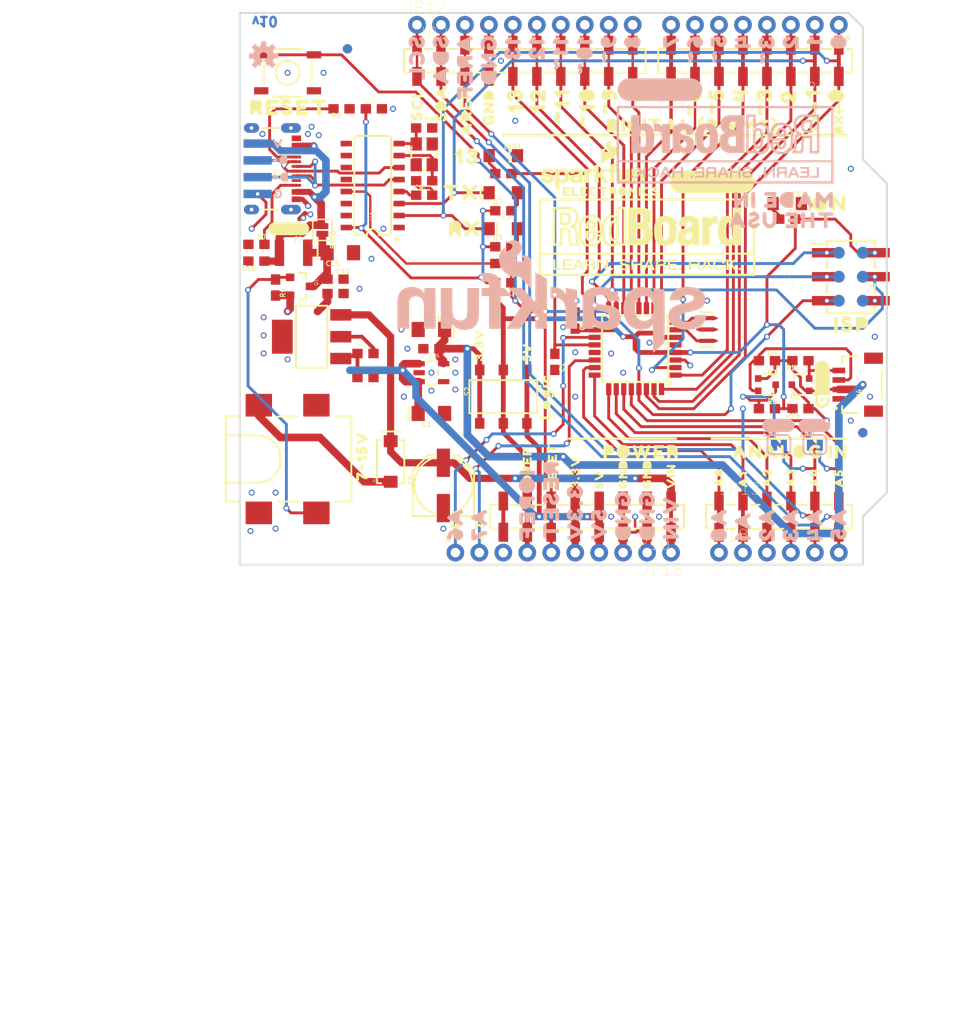
<source format=kicad_pcb>
(kicad_pcb (version 20211014) (generator pcbnew)
  (layers (0 "F.Cu" signal) (31 "B.Cu" signal) (34 "B.Paste" user) (35 "F.Paste" user) (36 "B.SilkS" user "B.Silkscreen") (37 "F.SilkS" user "F.Silkscreen") (38 "B.Mask" user) (39 "F.Mask" user) (44 "Edge.Cuts" user))
  (net 0 "")
  (net 1 "RX-I")
  (net 2 "TX-O")
  (net 3 "D2")
  (net 4 "D3")
  (net 5 "D4")
  (net 6 "D5")
  (net 7 "D6")
  (net 8 "D7")
  (net 9 "A0")
  (net 10 "A1")
  (net 11 "A2")
  (net 12 "A3")
  (net 13 "A4/SDA")
  (net 14 "A5/SCL")
  (net 15 "D8")
  (net 16 "D9")
  (net 17 "D10")
  (net 18 "COPI")
  (net 19 "CIPO")
  (net 20 "SCK")
  (net 21 "5V")
  (net 22 "GND")
  (net 23 "AREF")
  (net 24 "3.3V")
  (net 25 "VIN")
  (net 26 "N$2")
  (net 27 "PWRIN")
  (net 28 "USBVCC")
  (net 29 "VUSB")
  (net 30 "N$1")
  (net 31 "N$15")
  (net 32 "N$3")
  (net 33 "N$4")
  (net 34 "INSERT")
  (net 35 "LV_SCL")
  (net 36 "~{DTR}")
  (net 37 "N$5")
  (net 38 "N$9")
  (net 39 "VCC")
  (net 40 "SHLD")
  (net 41 "LV_SDA")
  (net 42 "D-")
  (net 43 "D+")
  (net 44 "N$6")
  (net 45 "CC2")
  (net 46 "CC1")
  (net 47 "N$7")
  (net 48 "N$45")
  (net 49 "~{RESET}")
  (net 50 "A6")
  (net 51 "A7")
  (net 52 "N$8")
  (net 53 "N$10")
  (footprint "boardEagle:STAND-OFF-TIGHT" (layer "F.Cu") (at 128.1811 129.1336)
    (fp_text reference "JP3" hide)
    (fp_text value "STAND-OFFTIGHT" hide)
  )
  (footprint "boardEagle:SO016" (layer "F.Cu") (at 128.3081 94.0816 90)
    (fp_text reference "U1")
    (fp_text value "CH340G")
  )
  (footprint "boardEagle:0603" (layer "F.Cu") (at 173.6471 117.7036 180)
    (fp_text reference "R13")
    (fp_text value "2.2k" hide)
  )
  (footprint "boardEagle:1X08_NO_SILK" (layer "F.Cu") (at 159.9311 132.9436 180)
    (fp_text reference "JP15")
    (fp_text value "DNP")
  )
  (footprint "boardEagle:SOT223" (layer "F.Cu") (at 121.8311 110.0836 90)
    (fp_text reference "IC3")
    (fp_text value "LM1117")
  )
  (footprint "boardEagle:1X08_SMD_COMBINED" (layer "F.Cu") (at 177.7111 80.8736 180)
    (fp_text reference "JP11")
    (fp_text value "JP11")
  )
  (footprint "boardEagle:RESONATOR-SMD-3.2X1.3" (layer "F.Cu") (at 163.7411 109.3216 90)
    (fp_text reference "Y1")
    (fp_text value "16MHz")
  )
  (footprint "boardEagle:FIDUCIAL-1X2" (layer "F.Cu") (at 125.6411 79.6036)
    (fp_text reference "JP9" hide)
    (fp_text value "FIDUCIAL1X2" hide)
  )
  (footprint "boardEagle:5V0" (layer "F.Cu") (at 152.3111 126.8476 90)
    (fp_text reference "U$52" hide)
    (fp_text value "" hide)
  )
  (footprint "boardEagle:FIDUCIAL-1X2" (layer "F.Cu") (at 180.2511 120.2436)
    (fp_text reference "JP8" hide)
    (fp_text value "FIDUCIAL1X2" hide)
  )
  (footprint "boardEagle:PANASONIC_D" (layer "F.Cu") (at 135.8011 125.8316 90)
    (fp_text reference "C5")
    (fp_text value "47uF")
  )
  (footprint "boardEagle:0603" (layer "F.Cu") (at 142.1511 102.3366)
    (fp_text reference "C8")
    (fp_text value "0.1uF")
  )
  (footprint "boardEagle:1X08_NO_SILK" (layer "F.Cu") (at 177.7111 77.0636 180)
    (fp_text reference "JP19")
    (fp_text value "DNP")
  )
  (footprint "boardEagle:USB-C-16P-2LAYER-PADS" (layer "F.Cu") (at 120.5611 92.3036 -90)
    (fp_text reference "J5")
    (fp_text value "USB Female Type C Connector" hide)
  )
  (footprint "boardEagle:0603" (layer "F.Cu") (at 133.7691 93.5736 180)
    (fp_text reference "C9")
    (fp_text value "10pF")
  )
  (footprint "boardEagle:0603" (layer "F.Cu") (at 149.7711 108.3766 -90)
    (fp_text reference "C2")
    (fp_text value "0.1uF")
  )
  (footprint "boardEagle:_GND0" (layer "F.Cu") (at 140.6271 89.0016 90)
    (fp_text reference "U$42" hide)
    (fp_text value "" hide)
  )
  (footprint "boardEagle:LED-1206" (layer "F.Cu") (at 172.2501 95.9866)
    (fp_text reference "LED2")
    (fp_text value "GREEN")
  )
  (footprint "boardEagle:TX0" (layer "F.Cu") (at 175.1711 89.2556 90)
    (fp_text reference "U$36" hide)
    (fp_text value "" hide)
  )
  (footprint "boardEagle:_RX0" (layer "F.Cu") (at 134.5311 98.6536)
    (fp_text reference "U$41" hide)
    (fp_text value "" hide)
  )
  (footprint "boardEagle:#110" (layer "F.Cu") (at 148.3741 88.7476 90)
    (fp_text reference "U$24" hide)
    (fp_text value "" hide)
  )
  (footprint "boardEagle:0603" (layer "F.Cu") (at 134.5311 111.3536 180)
    (fp_text reference "C16")
    (fp_text value "1.0uF")
  )
  (footprint "boardEagle:SMT-JUMPER_2_NO_SILK" (layer "F.Cu") (at 122.9741 98.7806 -90)
    (fp_text reference "BYP0")
    (fp_text value "JUMPER-SMT_2_NO_SILK")
  )
  (footprint "boardEagle:1X10_NO_SILK" (layer "F.Cu") (at 133.0071 77.0636)
    (fp_text reference "JP12")
    (fp_text value "DNP")
  )
  (footprint "boardEagle:STAND-OFF-TIGHT" (layer "F.Cu") (at 129.4511 80.8736)
    (fp_text reference "JP6" hide)
    (fp_text value "STAND-OFFTIGHT" hide)
  )
  (footprint "boardEagle:0603" (layer "F.Cu") (at 142.1511 92.8116 180)
    (fp_text reference "R1")
    (fp_text value "4.7k")
  )
  (footprint "boardEagle:0603" (layer "F.Cu") (at 170.0911 117.7036)
    (fp_text reference "R6")
    (fp_text value "2.2k")
  )
  (footprint "boardEagle:EIA3216" (layer "F.Cu") (at 134.5311 109.3216)
    (fp_text reference "C6")
    (fp_text value "10uF" hide)
  )
  (footprint "boardEagle:3#3V0" (layer "F.Cu") (at 139.6111 113.3856 90)
    (fp_text reference "U$43" hide)
    (fp_text value "" hide)
  )
  (footprint "boardEagle:1X08_SMD_COMBINED" (layer "F.Cu") (at 159.9311 129.1336 180)
    (fp_text reference "JP10")
    (fp_text value "")
  )
  (footprint "boardEagle:0603" (layer "F.Cu") (at 125.0061 85.9536 180)
    (fp_text reference "R8")
    (fp_text value "5.1k")
  )
  (footprint "boardEagle:130" (layer "F.Cu") (at 143.4211 87.6046 90)
    (fp_text reference "U$22" hide)
    (fp_text value "" hide)
  )
  (footprint "boardEagle:A40" (layer "F.Cu") (at 175.1711 126.7206 90)
    (fp_text reference "U$60" hide)
    (fp_text value "" hide)
  )
  (footprint "boardEagle:ISP0" (layer "F.Cu") (at 175.9331 108.8136)
    (fp_text reference "U$46" hide)
    (fp_text value "" hide)
  )
  (footprint "boardEagle:RX0" (layer "F.Cu") (at 177.7111 89.2556 90)
    (fp_text reference "U$37" hide)
    (fp_text value "" hide)
  )
  (footprint "boardEagle:0603" (layer "F.Cu") (at 115.9891 102.0826 180)
    (fp_text reference "C10")
    (fp_text value "0.1uF")
  )
  (footprint "boardEagle:#PLUS#0" (layer "F.Cu") (at 159.8041 93.7006)
    (fp_text reference "U$100" hide)
    (fp_text value "" hide)
  )
  (footprint "boardEagle:SOT323" (layer "F.Cu") (at 173.6471 115.1636 90)
    (fp_text reference "Q2")
    (fp_text value "310mA/60V/1.6Ω" hide)
  )
  (footprint "boardEagle:LED-1206-HIDDENSILK" (layer "F.Cu") (at 142.1511 98.6536 180)
    (fp_text reference "D3")
    (fp_text value "YELLOW")
  )
  (footprint "boardEagle:00" (layer "F.Cu") (at 177.4571 86.4616 90)
    (fp_text reference "U$35" hide)
    (fp_text value "" hide)
  )
  (footprint "boardEagle:0603" (layer "F.Cu") (at 172.2501 97.6376)
    (fp_text reference "R2")
    (fp_text value "10k" hide)
  )
  (footprint "boardEagle:20" (layer "F.Cu") (at 172.3771 86.5886 90)
    (fp_text reference "U$33" hide)
    (fp_text value "" hide)
  )
  (footprint "boardEagle:0603" (layer "F.Cu") (at 124.3711 103.9876)
    (fp_text reference "C12")
    (fp_text value "0.1uF" hide)
  )
  (footprint "boardEagle:3#3V0" (layer "F.Cu") (at 149.7711 126.8476 90)
    (fp_text reference "U$51" hide)
    (fp_text value "" hide)
  )
  (footprint "boardEagle:POWER0" (layer "F.Cu") (at 151.6761 122.2756)
    (fp_text reference "U$47" hide)
    (fp_text value "" hide)
  )
  (footprint "boardEagle:LED-1206" (layer "F.Cu") (at 142.1511 94.8436 180)
    (fp_text reference "D2")
    (fp_text value "GREEN")
  )
  (footprint "boardEagle:RESET0" (layer "F.Cu") (at 147.3581 126.8476 90)
    (fp_text reference "U$50" hide)
    (fp_text value "" hide)
  )
  (footprint "boardEagle:#100" (layer "F.Cu") (at 151.0411 89.1286 90)
    (fp_text reference "U$25" hide)
    (fp_text value "" hide)
  )
  (footprint "boardEagle:2X3_SMT_POSTS" (layer "F.Cu") (at 178.9811 103.7336 -90)
    (fp_text reference "J2")
    (fp_text value "ISP")
  )
  (footprint "boardEagle:SFE_LOGO_NAME_.1" (layer "F.Cu") (at 151.6761 93.1926)
    (fp_text reference "JP1" hide)
    (fp_text value "SFE_LOGO_NAME.1_INCH" hide)
  )
  (footprint "boardEagle:TQFP32-08" (layer "F.Cu") (at 156.1211 111.3536 180)
    (fp_text reference "U4")
    (fp_text value "ATMEGA328P_TQFP")
  )
  (footprint "boardEagle:GND0" (layer "F.Cu") (at 157.3911 126.8476 90)
    (fp_text reference "U$54" hide)
    (fp_text value "" hide)
  )
  (footprint "boardEagle:1X06_SMD_STRAIGHT_COMBO" (layer "F.Cu") (at 165.0111 129.1336)
    (fp_text reference "JP13")
    (fp_text value "")
  )
  (footprint "boardEagle:A60" (layer "F.Cu") (at 137.0711 132.3086 90)
    (fp_text reference "U$62" hide)
    (fp_text value "" hide)
  )
  (footprint "boardEagle:0603" (layer "F.Cu") (at 118.0211 104.8766 -90)
    (fp_text reference "R4")
    (fp_text value "10k")
  )
  (footprint "boardEagle:SFE_LOGO_FLAME_.1" (layer "F.Cu") (at 153.3271 90.6526)
    (fp_text reference "JP7" hide)
    (fp_text value "SFE_LOGO_FLAME.1_INCH" hide)
  )
  (footprint "boardEagle:_AREF0" (layer "F.Cu") (at 138.2141 90.0176 90)
    (fp_text reference "U$18" hide)
    (fp_text value "" hide)
  )
  (footprint "boardEagle:SWITCH_DPDT_SMD_AYZ0202" (layer "F.Cu") (at 142.1511 116.4336)
    (fp_text reference "S2")
    (fp_text value "")
  )
  (footprint "boardEagle:0603" (layer "F.Cu") (at 128.4351 85.9536)
    (fp_text reference "C18")
    (fp_text value "0.1uF")
  )
  (footprint "boardEagle:0603" (layer "F.Cu") (at 127.5461 114.4016 180)
    (fp_text reference "R14")
    (fp_text value "715")
  )
  (footprint "boardEagle:SOT23-5" (layer "F.Cu") (at 134.5311 113.8936 -90)
    (fp_text reference "U3")
    (fp_text value "3.3V")
  )
  (footprint "boardEagle:0603" (layer "F.Cu") (at 142.1511 100.5586 180)
    (fp_text reference "R12")
    (fp_text value "4.7k")
  )
  (footprint "boardEagle:70" (layer "F.Cu") (at 159.6771 86.4616 90)
    (fp_text reference "U$28" hide)
    (fp_text value "" hide)
  )
  (footprint "boardEagle:LOGIC0" (layer "F.Cu") (at 146.5961 119.7356 90)
    (fp_text reference "U$11" hide)
    (fp_text value "" hide)
  )
  (footprint "boardEagle:1X10_SMD_COMBINED" (layer "F.Cu") (at 133.0071 80.8736)
    (fp_text reference "JP2")
    (fp_text value "")
  )
  (footprint "boardEagle:STAND-OFF-TIGHT" (layer "F.Cu") (at 180.2511 124.0536)
    (fp_text reference "JP4" hide)
    (fp_text value "STAND-OFFTIGHT" hide)
  )
  (footprint "boardEagle:1X06_NO_SILK" (layer "F.Cu") (at 165.0111 132.9436)
    (fp_text reference "JP18")
    (fp_text value "DNP")
  )
  (footprint "boardEagle:0603" (layer "F.Cu") (at 170.0911 112.6236)
    (fp_text reference "R5")
    (fp_text value "2.2k")
  )
  (footprint "boardEagle:POWER_JACK_SMD" (layer "F.Cu") (at 116.2431 123.0376)
    (fp_text reference "J3" hide)
    (fp_text value "5.5x2.1mm Barrel" hide)
  )
  (footprint "boardEagle:A20" (layer "F.Cu") (at 170.0911 126.7206 90)
    (fp_text reference "U$58" hide)
    (fp_text value "" hide)
  )
  (footprint "boardEagle:0603" (layer "F.Cu") (at 115.9891 100.3046)
    (fp_text reference "R7")
    (fp_text value "5.1k")
  )
  (footprint "boardEagle:0603" (layer "F.Cu") (at 147.6121 112.7506 -90)
    (fp_text reference "C1")
    (fp_text value "0.1uF")
  )
  (footprint "boardEagle:GND0" (layer "F.Cu") (at 154.8511 126.8476 90)
    (fp_text reference "U$53" hide)
    (fp_text value "" hide)
  )
  (footprint "boardEagle:A10" (layer "F.Cu") (at 167.5511 126.7206 90)
    (fp_text reference "U$57" hide)
    (fp_text value "" hide)
  )
  (footprint "boardEagle:QWIIC_5MM" (layer "F.Cu") (at 175.9331 115.1636 90)
    (fp_text reference "LOGO1" hide)
    (fp_text value "QWIIC_LOGO_5MM" hide)
  )
  (footprint "boardEagle:7#15V0" (layer "F.Cu") (at 127.1651 126.2126 90)
    (fp_text reference "U$17" hide)
    (fp_text value "" hide)
  )
  (footprint "boardEagle:A30" (layer "F.Cu") (at 172.6311 126.7206 90)
    (fp_text reference "U$59" hide)
    (fp_text value "" hide)
  )
  (footprint "boardEagle:0603" (layer "F.Cu") (at 142.1511 104.3686 180)
    (fp_text reference "R3")
    (fp_text value "10k")
  )
  (footprint "boardEagle:CRYSTAL-SMD-3.2X2.5MM" (layer "F.Cu") (at 133.7691 90.7796 90)
    (fp_text reference "Y2")
    (fp_text value "12MHz")
  )
  (footprint "boardEagle:_TX0" (layer "F.Cu") (at 134.0231 94.8436)
    (fp_text reference "U$40" hide)
    (fp_text value "" hide)
  )
  (footprint "boardEagle:DIGITAL_##PWM####_0" (layer "F.Cu") (at 152.0571 87.7316)
    (fp_text reference "U$38" hide)
    (fp_text value "" hide)
  )
  (footprint "boardEagle:1X02_NO_SILK" (layer "F.Cu") (at 137.0711 132.9436)
    (fp_text reference "J1")
    (fp_text value "DNP")
  )
  (footprint "boardEagle:0603" (layer "F.Cu") (at 124.3711 105.5116)
    (fp_text reference "C4")
    (fp_text value "0.1uF")
  )
  (footprint "boardEagle:A50" (layer "F.Cu") (at 177.7111 126.7206 90)
    (fp_text reference "U$61" hide)
    (fp_text value "" hide)
  )
  (footprint "boardEagle:1210" (layer "F.Cu") (at 119.9261 101.1936)
    (fp_text reference "F2")
    (fp_text value "6V/2A" hide)
  )
  (footprint "boardEagle:0603" (layer "F.Cu") (at 142.1511 96.7486 180)
    (fp_text reference "R16")
    (fp_text value "4.7k")
  )
  (footprint "boardEagle:IOREF0" (layer "F.Cu") (at 144.6911 126.8476 90)
    (fp_text reference "U$49" hide)
    (fp_text value "" hide)
  )
  (footprint "boardEagle:EIA3216" (layer "F.Cu") (at 124.8791 101.1936 180)
    (fp_text reference "C15")
    (fp_text value "10uF" hide)
  )
  (footprint "boardEagle:JST04_1MM_RA" (layer "F.Cu") (at 177.7111 115.1636 90)
    (fp_text reference "J4")
    (fp_text value "QWIIC_RIGHT_ANGLE")
  )
  (footprint "boardEagle:TACTILE_SWITCH_SMD_5.2MM" (layer "F.Cu") (at 119.2911 82.1436 180)
    (fp_text reference "S1")
    (fp_text value "Tall Switch")
  )
  (footprint "boardEagle:_SCL0" (layer "F.Cu") (at 133.0071 88.4936 90)
    (fp_text reference "U$19" hide)
    (fp_text value "" hide)
  )
  (footprint "boardEagle:LED-1206-HIDDENSILK" (layer "F.Cu") (at 142.1511 90.9066)
    (fp_text reference "LED1")
    (fp_text value "Blue")
  )
  (footprint "boardEagle:_RESET0" (layer "F.Cu") (at 113.4491 85.8266)
    (fp_text reference "U$13" hide)
    (fp_text value "" hide)
  )
  (footprint "boardEagle:#90" (layer "F.Cu") (at 153.4541 87.8586 90)
    (fp_text reference "U$26" hide)
    (fp_text value "" hide)
  )
  (footprint "boardEagle:10" (layer "F.Cu") (at 174.9171 86.0806 90)
    (fp_text reference "U$34" hide)
    (fp_text value "" hide)
  )
  (footprint "boardEagle:_SDA0" (layer "F.Cu") (at 135.5471 88.6206 90)
    (fp_text reference "U$20" hide)
    (fp_text value "" hide)
  )
  (footprint "boardEagle:#BYP#0" (layer "F.Cu") (at 117.2591 98.6536)
    (fp_text reference "U$14" hide)
    (fp_text value "" hide)
  )
  (footprint "boardEagle:ON0" (layer "F.Cu") (at 173.6471 95.9866)
    (fp_text reference "U$45" hide)
    (fp_text value "" hide)
  )
  (footprint "boardEagle:13_0" (layer "F.Cu") (at 135.8011 91.0336)
    (fp_text reference "U$39" hide)
    (fp_text value "" hide)
  )
  (footprint "boardEagle:STAND-OFF-TIGHT" (layer "F.Cu") (at 180.2511 96.1136)
    (fp_text reference "JP5" hide)
    (fp_text value "STAND-OFFTIGHT" hide)
  )
  (footprint "boardEagle:5V0" (layer "F.Cu") (at 144.6911 113.3856 90)
    (fp_text reference "U$44" hide)
    (fp_text value "" hide)
  )
  (footprint "boardEagle:#30" (layer "F.Cu") (at 169.8371 87.9856 90)
    (fp_text reference "U$32" hide)
    (fp_text value "" hide)
  )
  (footprint "boardEagle:ANALOG_IN0" (layer "F.Cu") (at 165.3921 122.2756)
    (fp_text reference "U$48" hide)
    (fp_text value "" hide)
  )
  (footprint "boardEagle:80" (layer "F.Cu") (at 155.9941 86.4616 90)
    (fp_text reference "U$27" hide)
    (fp_text value "" hide)
  )
  (footprint "boardEagle:EIA3216" (layer "F.Cu") (at 134.5311 118.2116 180)
    (fp_text reference "C3")
    (fp_text value "10uF")
  )
  (footprint "boardEagle:ELECTRONICS0" (layer "F.Cu") (at 147.7391 94.7166)
    (fp_text reference "U$104" hide)
    (fp_text value "" hide)
  )
  (footprint "boardEagle:CREATIVE_COMMONS" (layer "F.Cu") (at 109.1311 169.7736)
    (fp_text reference "FRAME1" hide)
    (fp_text value "FRAME-LEDGER" hide)
  )
  (footprint "boardEagle:A00" (layer "F.Cu") (at 165.0111 126.7206 90)
    (fp_text reference "U$56" hide)
    (fp_text value "" hide)
  )
  (footprint "boardEagle:0603" (layer "F.Cu") (at 133.7691 87.9856)
    (fp_text reference "C7")
    (fp_text value "10pF")
  )
  (footprint "boardEagle:VIN0" (layer "F.Cu") (at 159.9311 126.8476 90)
    (fp_text reference "U$55" hide)
    (fp_text value "" hide)
  )
  (footprint "boardEagle:SMA-DIODE" (layer "F.Cu") (at 130.2131 123.2916 90)
    (fp_text reference "D1")
    (fp_text value "1A/40V/500mV")
  )
  (footprint "boardEagle:120" (layer "F.Cu") (at 145.8341 87.6046 90)
    (fp_text reference "U$23" hide)
    (fp_text value "" hide)
  )
  (footprint "boardEagle:0603" (layer "F.Cu") (at 127.5461 111.8616)
    (fp_text reference "R15")
    (fp_text value "240")
  )
  (footprint "boardEagle:REDBOARD_LOGO" (layer "F.Cu") (at 145.9611 103.7336)
    (fp_text reference "U$1" hide)
    (fp_text value "REDBOARD_LOGO" hide)
  )
  (footprint "boardEagle:SOT23-3" (layer "F.Cu") (at 120.5611 104.7496 -90)
    (fp_text reference "Q1")
    (fp_text value "20V/4.2A/52mΩ/1.4W")
  )
  (footprint "boardEagle:0603" (layer "F.Cu") (at 173.6471 112.6236 180)
    (fp_text reference "R11")
    (fp_text value "2.2k" hide)
  )
  (footprint "boardEagle:0603" (layer "F.Cu") (at 133.7691 95.0976)
    (fp_text reference "C17")
    (fp_text value "10nF")
  )
  (footprint "boardEagle:#50" (layer "F.Cu") (at 164.7571 87.8586 90)
    (fp_text reference "U$30" hide)
    (fp_text value "" hide)
  )
  (footprint "boardEagle:#60" (layer "F.Cu") (at 162.3441 87.9856 90)
    (fp_text reference "U$29" hide)
    (fp_text value "" hide)
  )
  (footprint "boardEagle:SOT323" (layer "F.Cu") (at 170.0911 115.1636 -90)
    (fp_text reference "Q3")
    (fp_text value "310mA/60V/1.6Ω")
  )
  (footprint "boardEagle:A70" (layer "F.Cu") (at 139.6111 132.3086 90)
    (fp_text reference "U$63" hide)
    (fp_text value "" hide)
  )
  (footprint "boardEagle:40" (layer "F.Cu") (at 167.2971 86.4616 90)
    (fp_text reference "U$31" hide)
    (fp_text value "" hide)
  )
  (footprint "boardEagle:#A5#0" (layer "B.Cu") (at 176.8221 119.4816 180)
    (fp_text reference "U$106" hide)
    (fp_text value "" hide)
  )
  (footprint "boardEagle:PAD.03X.05" (layer "B.Cu") (at 177.7111 101.1936 180)
    (fp_text reference "TP4" hide)
    (fp_text value "TP-3x5" hide)
  )
  (footprint "boardEagle:_A30" (layer "B.Cu") (at 172.6311 126.5936 -90)
    (fp_text reference "U$86" hide)
    (fp_text value "" hide)
  )
  (footprint "boardEagle:10#0" (layer "B.Cu") (at 150.7871 77.0636 -90)
    (fp_text reference "U$9" hide)
    (fp_text value "" hide)
  )
  (footprint "boardEagle:#A4#0" (layer "B.Cu") (at 173.0121 119.4816 180)
    (fp_text reference "U$105" hide)
    (fp_text value "" hide)
  )
  (footprint "boardEagle:USB-SOLDER-PADS" (layer "B.Cu") (at 116.1161 92.3036 180)
    (fp_text reference "JP14" hide)
    (fp_text value "USB_SOLDER_PADS" hide)
  )
  (footprint "boardEagle:_GND_0" (layer "B.Cu") (at 157.3911 124.6886 -90)
    (fp_text reference "U$107" hide)
    (fp_text value "" hide)
  )
  (footprint "boardEagle:_A20" (layer "B.Cu") (at 170.0911 126.5936 -90)
    (fp_text reference "U$87" hide)
    (fp_text value "" hide)
  )
  (footprint "boardEagle:_A10" (layer "B.Cu") (at 167.5511 126.9746 -90)
    (fp_text reference "U$88" hide)
    (fp_text value "" hide)
  )
  (footprint "boardEagle:D#0" (layer "B.Cu") (at 120.0531 93.1926 180)
    (fp_text reference "U$12" hide)
    (fp_text value "" hide)
  )
  (footprint "boardEagle:AREF0" (layer "B.Cu") (at 138.0871 77.0636 -90)
    (fp_text reference "U$79" hide)
    (fp_text value "" hide)
  )
  (footprint "boardEagle:20" (layer "B.Cu") (at 172.6311 77.0636 -90)
    (fp_text reference "U$66" hide)
    (fp_text value "" hide)
  )
  (footprint "boardEagle:_A00" (layer "B.Cu") (at 165.0111 126.5936 -90)
    (fp_text reference "U$89" hide)
    (fp_text value "" hide)
  )
  (footprint "boardEagle:_A70" (layer "B.Cu") (at 139.6111 126.5936 -90)
    (fp_text reference "U$98" hide)
    (fp_text value "" hide)
  )
  (footprint "boardEagle:PAD.03X.05" (layer "B.Cu") (at 180.2511 103.7336 180)
    (fp_text reference "TP2" hide)
    (fp_text value "TP-3x5" hide)
  )
  (footprint "boardEagle:_A60" (layer "B.Cu") (at 137.0711 126.5936 -90)
    (fp_text reference "U$97" hide)
    (fp_text value "" hide)
  )
  (footprint "boardEagle:SCL0" (layer "B.Cu") (at 133.0071 77.0636 -90)
    (fp_text reference "U$81" hide)
    (fp_text value "" hide)
  )
  (footprint "boardEagle:PAD.03X.05" (layer "B.Cu") (at 177.7111 106.2736 180)
    (fp_text reference "TP6" hide)
    (fp_text value "TP-3x5" hide)
  )
  (footprint "boardEagle:SFE_LOGO_NAME_.3" (layer "B.Cu") (at 147.2311 107.5436 180)
    (fp_text reference "U$78" hide)
    (fp_text value "" hide)
  )
  (footprint "boardEagle:_GND_0" (layer "B.Cu") (at 154.8511 124.6886 -90)
    (fp_text reference "U$99" hide)
    (fp_text value "" hide)
  )
  (footprint "boardEagle:9#0" (layer "B.Cu") (at 153.3271 77.0636 -90)
    (fp_text reference "U$73" hide)
    (fp_text value "" hide)
  )
  (footprint "boardEagle:80" (layer "B.Cu") (at 155.8671 77.0636 -90)
    (fp_text reference "U$72" hide)
    (fp_text value "" hide)
  )
  (footprint "boardEagle:11#0" (layer "B.Cu") (at 148.2471 77.0636 -90)
    (fp_text reference "U$21" hide)
    (fp_text value "" hide)
  )
  (footprint "boardEagle:PAD.03X.05" (layer "B.Cu") (at 180.2511 101.1936 180)
    (fp_text reference "TP1" hide)
    (fp_text value "TP-3x5" hide)
  )
  (footprint "boardEagle:_D#0" (layer "B.Cu") (at 120.3071 91.4146 180)
    (fp_text reference "U$2" hide)
    (fp_text value "" hide)
  )
  (footprint "boardEagle:5#0" (layer "B.Cu") (at 165.0111 77.0636 -90)
    (fp_text reference "U$69" hide)
    (fp_text value "" hide)
  )
  (footprint "boardEagle:_A40" (layer "B.Cu") (at 175.1711 126.5936 -90)
    (fp_text reference "U$84" hide)
    (fp_text value "" hide)
  )
  (footprint "boardEagle:THE_USA0" (layer "B.Cu") (at 178.3461 97.7646 180)
    (fp_text reference "U$83" hide)
    (fp_text value "" hide)
  )
  (footprint "boardEagle:SMT-JUMPER_2_NC_TRACE_SILK" (layer "B.Cu") (at 171.3611 121.5136 180)
    (fp_text reference "QW2")
    (fp_text value "JUMPER-SMT_2_NC_TRACE_SILK")
  )
  (footprint "boardEagle:_GND_0" (layer "B.Cu") (at 140.6271 76.4286 -90)
    (fp_text reference "U$85" hide)
    (fp_text value "" hide)
  )
  (footprint "boardEagle:V0" (layer "B.Cu") (at 119.4181 89.6366 180)
    (fp_text reference "U$4" hide)
    (fp_text value "" hide)
  )
  (footprint "boardEagle:6#0" (layer "B.Cu") (at 162.4711 77.0636 -90)
    (fp_text reference "U$70" hide)
    (fp_text value "" hide)
  )
  (footprint "boardEagle:10" (layer "B.Cu") (at 175.1711 77.0636 -90)
    (fp_text reference "U$65" hide)
    (fp_text value "" hide)
  )
  (footprint "boardEagle:3#0" (layer "B.Cu") (at 170.0911 77.0636 -90)
    (fp_text reference "U$67" hide)
    (fp_text value "" hide)
  )
  (footprint "boardEagle:#PLUS#0" (layer "B.Cu") (at 163.2331 83.9216 180)
    (fp_text reference "U$103" hide)
    (fp_text value "" hide)
  )
  (footprint "boardEagle:_3#3V0" (layer "B.Cu") (at 149.7711 124.0536 -90)
    (fp_text reference "U$94" hide)
    (fp_text value "" hide)
  )
  (footprint "boardEagle:FIDUCIAL-1X2" (layer "B.Cu") (at 125.6411 79.6036 180)
    (fp_text reference "FD1" hide)
    (fp_text value "FIDUCIAL1X2" hide)
  )
  (footprint "boardEagle:40" (layer "B.Cu") (at 167.5511 77.0636 -90)
    (fp_text reference "U$68" hide)
    (fp_text value "" hide)
  )
  (footprint "boardEagle:PAD.03X.05" (layer "B.Cu") (at 180.2511 106.2736 180)
    (fp_text reference "TP3" hide)
    (fp_text value "TP-3x5" hide)
  )
  (footprint "boardEagle:_A50" (layer "B.Cu") (at 177.7111 126.5936 -90)
    (fp_text reference "U$102" hide)
    (fp_text value "" hide)
  )
  (footprint "boardEagle:_5V0" (layer "B.Cu") (at 152.3111 126.5936 -90)
    (fp_text reference "U$93" hide)
    (fp_text value "" hide)
  )
  (footprint "boardEagle:70" (layer "B.Cu") (at 159.9311 77.0636 -90)
    (fp_text reference "U$71" hide)
    (fp_text value "" hide)
  )
  (footprint "boardEagle:OSHW-LOGO-S" (layer "B.Cu") (at 116.7511 80.3656 180)
    (fp_text reference "U$16" hide)
    (fp_text value "OSHW-LOGOS" hide)
  )
  (footprint "boardEagle:_RESET0" (layer "B.Cu") (at 147.2311 121.5136 -90)
    (fp_text reference "U$95" hide)
    (fp_text value "" hide)
  )
  (footprint "boardEagle:SMT-JUMPER_2_NC_TRACE_SILK" (layer "B.Cu") (at 175.1711 121.5136 180)
    (fp_text reference "QW1")
    (fp_text value "JUMPER-SMT_2_NC_TRACE_SILK")
  )
  (footprint "boardEagle:SFE_LOGO_FLAME_.2" (layer "B.Cu") (at 143.4211 102.4636 180)
    (fp_text reference "U$101" hide)
    (fp_text value "" hide)
  )
  (footprint "boardEagle:FIDUCIAL-1X2" (layer "B.Cu") (at 180.2511 120.2436 180)
    (fp_text reference "FD2" hide)
    (fp_text value "FIDUCIAL1X2" hide)
  )
  (footprint "boardEagle:120" (layer "B.Cu") (at 145.7071 77.0636 -90)
    (fp_text reference "U$76" hide)
    (fp_text value "" hide)
  )
  (footprint "boardEagle:REDBOARD_LOGO" (layer "B.Cu") (at 177.0761 93.9546 180)
    (fp_text reference "U$3" hide)
    (fp_text value "REDBOARD_LOGO" hide)
  )
  (footprint "boardEagle:_IOREF0" (layer "B.Cu") (at 144.6911 122.4026 -90)
    (fp_text reference "U$96" hide)
    (fp_text value "" hide)
  )
  (footprint "boardEagle:SDA0" (layer "B.Cu") (at 135.5471 77.0636 -90)
    (fp_text reference "U$80" hide)
    (fp_text value "" hide)
  )
  (footprint "boardEagle:_VIN0" (layer "B.Cu") (at 159.9311 125.3236 -90)
    (fp_text reference "U$90" hide)
    (fp_text value "" hide)
  )
  (footprint "boardEagle:00" (layer "B.Cu") (at 177.7111 77.0636 -90)
    (fp_text reference "U$64" hide)
    (fp_text value "" hide)
  )
  (footprint "boardEagle:MADE_IN0" (layer "B.Cu") (at 178.3461 95.6056 180)
    (fp_text reference "U$82" hide)
    (fp_text value "" hide)
  )
  (footprint "boardEagle:G0" (layer "B.Cu") (at 119.4181 94.9706 180)
    (fp_text reference "U$10" hide)
    (fp_text value "" hide)
  )
  (footprint "boardEagle:PAD.03X.05" (layer "B.Cu") (at 177.7111 103.7336 180)
    (fp_text reference "TP5" hide)
    (fp_text value "TP-3x5" hide)
  )
  (footprint "boardEagle:130" (layer "B.Cu") (at 143.1671 77.0636 -90)
    (fp_text reference "U$77" hide)
    (fp_text value "" hide)
  )
  (gr_line (start 177.7111 85.4456) (end 177.7111 86.4616) (layer "F.SilkS") (width 0.2032))
  (gr_line (start 164.2491 120.8786) (end 178.4731 120.8786) (layer "F.SilkS") (width 0.254))
  (gr_line (start 175.1711 85.3186) (end 174.6631 85.8266) (layer "F.SilkS") (width 0.2032))
  (gr_line (start 175.1711 86.4616) (end 175.1711 85.3186) (layer "F.SilkS") (width 0.2032))
  (gr_line (start 142.1511 88.7476) (end 178.4731 88.7476) (layer "F.SilkS") (width 0.254))
  (gr_line (start 177.7111 86.4616) (end 178.2191 86.0806) (layer "F.SilkS") (width 0.2032))
  (gr_line (start 149.1361 120.8786) (end 160.4391 120.8786) (layer "F.SilkS") (width 0.254))
  (gr_line (start 177.2031 86.0806) (end 177.7111 86.4616) (layer "F.SilkS") (width 0.2032))
  (gr_line (start 175.6791 85.8266) (end 175.1711 85.3186) (layer "F.SilkS") (width 0.2032))
  (gr_line (start 114.2111 134.2136) (end 114.2111 75.7936) (layer "Edge.Cuts") (width 0.2032))
  (gr_line (start 182.7911 126.5936) (end 180.2511 129.1336) (layer "Edge.Cuts") (width 0.2032))
  (gr_line (start 178.7271 75.7936) (end 180.2511 77.3176) (layer "Edge.Cuts") (width 0.2032))
  (gr_line (start 182.7911 93.8276) (end 182.7911 126.5936) (layer "Edge.Cuts") (width 0.2032))
  (gr_line (start 114.2111 75.7936) (end 178.7271 75.7936) (layer "Edge.Cuts") (width 0.2032))
  (gr_line (start 180.2511 134.2136) (end 114.2111 134.2136) (layer "Edge.Cuts") (width 0.2032))
  (gr_line (start 180.2511 77.3176) (end 180.2511 91.2876) (layer "Edge.Cuts") (width 0.2032))
  (gr_line (start 180.2511 91.2876) (end 182.7911 93.8276) (layer "Edge.Cuts") (width 0.2032))
  (gr_line (start 180.2511 129.1336) (end 180.2511 134.2136) (layer "Edge.Cuts") (width 0.2032))
  (gr_text "v10" (at 116.8781 76.6826 -180) (layer "B.Cu") (effects (font (size 1.016 1.016) (thickness 0.254)) (justify mirror)))
  (segment (start 157.3211 116.3636) (end 158.6611 117.7036) (width 0.3048) (layer "F.Cu") (net 1))
  (segment (start 158.6611 117.7036) (end 162.3441 117.7036) (width 0.3048) (layer "F.Cu") (net 1))
  (segment (start 167.8051 94.9706) (end 177.7111 85.0646) (width 0.3048) (layer "F.Cu") (net 1))
  (segment (start 177.7111 82.1436) (end 177.7111 80.8736) (width 0.3048) (layer "F.Cu") (net 1))
  (segment (start 177.7111 82.5236) (end 177.7111 82.1436) (width 0.3048) (layer "F.Cu") (net 1))
  (segment (start 135.8011 97.2566) (end 131.1081 97.2566) (width 0.3048) (layer "F.Cu") (net 1))
  (segment (start 177.7111 79.2236) (end 177.7111 77.0636) (width 0.3048) (layer "F.Cu") (net 1))
  (segment (start 176.4411 80.8736) (end 177.7111 80.8736) (width 0.3048) (layer "F.Cu") (net 1))
  (segment (start 136.7141 97.2566) (end 135.8011 97.2566) (width 0.3048) (layer "F.Cu") (net 1))
  (segment (start 157.3211 115.6462) (end 157.3211 116.3636) (width 0.3048) (layer "F.Cu") (net 1))
  (segment (start 138.1111 98.6536) (end 136.7141 97.2566) (width 0.3048) (layer "F.Cu") (net 1))
  (segment (start 167.8051 112.2426) (end 167.8051 94.9706) (width 0.3048) (layer "F.Cu") (net 1))
  (segment (start 177.7111 79.2236) (end 177.7111 82.1436) (width 0.254) (layer "F.Cu") (net 1))
  (segment (start 162.3441 117.7036) (end 167.8051 112.2426) (width 0.3048) (layer "F.Cu") (net 1))
  (segment (start 177.7111 82.5236) (end 177.7111 85.0646) (width 0.3048) (layer "F.Cu") (net 1))
  (segment (start 140.6511 98.6536) (end 138.1111 98.6536) (width 0.3048) (layer "F.Cu") (net 1))
  (via (at 176.4411 80.8736) (size 0.635) (drill 0.381) (layers "F.Cu" "B.Cu") (net 1))
  (via (at 135.8011 97.2566) (size 0.635) (drill 0.381) (layers "F.Cu" "B.Cu") (net 1))
  (segment (start 135.8011 97.2566) (end 135.8011 85.9536) (width 0.3048) (layer "B.Cu") (net 1))
  (segment (start 176.4411 80.8736) (end 175.5521 79.9846) (width 0.3048) (layer "B.Cu") (net 1))
  (segment (start 135.8011 85.9536) (end 141.7701 79.9846) (width 0.3048) (layer "B.Cu") (net 1))
  (segment (start 175.5521 79.9846) (end 141.7701 79.9846) (width 0.3048) (layer "B.Cu") (net 1))
  (segment (start 158.1211 115.6462) (end 158.1211 116.4016) (width 0.3048) (layer "F.Cu") (net 2))
  (segment (start 140.6511 94.8436) (end 136.9441 94.8436) (width 0.3048) (layer "F.Cu") (net 2))
  (segment (start 175.1711 82.5236) (end 175.1711 77.0636) (width 0.3048) (layer "F.Cu") (net 2))
  (segment (start 175.1711 82.5236) (end 175.1711 80.8736) (width 0.3048) (layer "F.Cu") (net 2))
  (segment (start 175.1711 82.5236) (end 175.1711 85.9536) (width 0.3048) (layer "F.Cu") (net 2))
  (segment (start 173.9011 80.8736) (end 175.1711 80.8736) (width 0.3048) (layer "F.Cu") (net 2))
  (segment (start 158.6611 116.9416) (end 162.2171 116.9416) (width 0.3048) (layer "F.Cu") (net 2))
  (segment (start 167.1701 93.9546) (end 175.1711 85.9536) (width 0.3048) (layer "F.Cu") (net 2))
  (segment (start 135.8011 95.9866) (end 131.1081 95.9866) (width 0.3048) (layer "F.Cu") (net 2))
  (segment (start 158.1211 116.4016) (end 158.6611 116.9416) (width 0.3048) (layer "F.Cu") (net 2))
  (segment (start 162.2171 116.9416) (end 167.1701 111.9886) (width 0.3048) (layer "F.Cu") (net 2))
  (segment (start 136.9441 94.8436) (end 135.8011 95.9866) (width 0.3048) (layer "F.Cu") (net 2))
  (segment (start 167.1701 111.9886) (end 167.1701 93.9546) (width 0.3048) (layer "F.Cu") (net 2))
  (via (at 173.9011 80.8736) (size 0.635) (drill 0.381) (layers "F.Cu" "B.Cu") (net 2))
  (via (at 136.9441 94.8436) (size 0.635) (drill 0.381) (layers "F.Cu" "B.Cu") (net 2))
  (segment (start 136.9441 86.9696) (end 143.0401 80.8736) (width 0.3048) (layer "B.Cu") (net 2))
  (segment (start 136.9441 86.9696) (end 136.9441 94.8436) (width 0.3048) (layer "B.Cu") (net 2))
  (segment (start 173.9011 80.8736) (end 143.0401 80.8736) (width 0.3048) (layer "B.Cu") (net 2))
  (segment (start 172.6311 79.2236) (end 172.6311 82.5236) (width 0.254) (layer "F.Cu") (net 3))
  (segment (start 172.6311 79.2236) (end 172.6311 77.0636) (width 0.3048) (layer "F.Cu") (net 3))
  (segment (start 172.6311 87.2236) (end 172.6311 82.5236) (width 0.3048) (layer "F.Cu") (net 3))
  (segment (start 166.5351 111.7346) (end 166.5351 93.3196) (width 0.3048) (layer "F.Cu") (net 3))
  (segment (start 162.6235 115.6462) (end 166.5351 111.7346) (width 0.3048) (layer "F.Cu") (net 3))
  (segment (start 158.9211 115.6462) (end 162.6235 115.6462) (width 0.3048) (layer "F.Cu") (net 3))
  (segment (start 166.5351 93.3196) (end 172.6311 87.2236) (width 0.3048) (layer "F.Cu") (net 3))
  (segment (start 163.2331 114.1476) (end 165.9001 111.4806) (width 0.3048) (layer "F.Cu") (net 4))
  (segment (start 162.9731 114.1536) (end 162.9791 114.1476) (width 0.3048) (layer "F.Cu") (net 4))
  (segment (start 170.0911 82.1436) (end 170.0911 83.4136) (width 0.3048) (layer "F.Cu") (net 4))
  (segment (start 170.0911 82.5256) (end 170.0911 77.0636) (width 0.3048) (layer "F.Cu") (net 4))
  (segment (start 160.4137 114.1536) (end 162.9731 114.1536) (width 0.3048) (layer "F.Cu") (net 4))
  (segment (start 170.0911 82.5256) (end 170.0911 82.1436) (width 0.254) (layer "F.Cu") (net 4))
  (segment (start 165.9001 92.6846) (end 170.0911 88.4936) (width 0.3048) (layer "F.Cu") (net 4))
  (segment (start 170.0911 83.4136) (end 170.0911 88.4936) (width 0.3048) (layer "F.Cu") (net 4))
  (segment (start 165.9001 111.4806) (end 165.9001 92.6846) (width 0.3048) (layer "F.Cu") (net 4))
  (segment (start 162.9791 114.1476) (end 163.2331 114.1476) (width 0.3048) (layer "F.Cu") (net 4))
  (segment (start 161.2011 93.5736) (end 167.5511 87.2236) (width 0.3048) (layer "F.Cu") (net 5))
  (segment (start 167.5511 87.2236) (end 167.5511 82.5236) (width 0.3048) (layer "F.Cu") (net 5))
  (segment (start 160.4137 113.3536) (end 158.1531 113.3536) (width 0.3048) (layer "F.Cu") (net 5))
  (segment (start 167.5511 79.2236) (end 167.5511 82.5236) (width 0.254) (layer "F.Cu") (net 5))
  (segment (start 161.2011 106.1466) (end 161.2011 93.5736) (width 0.3048) (layer "F.Cu") (net 5))
  (segment (start 167.5511 79.2236) (end 167.5511 77.0636) (width 0.3048) (layer "F.Cu") (net 5))
  (segment (start 158.1531 113.3536) (end 157.8991 113.6076) (width 0.3048) (layer "F.Cu") (net 5))
  (via (at 161.2011 106.1466) (size 0.635) (drill 0.381) (layers "F.Cu" "B.Cu") (net 5))
  (via (at 157.8991 113.6076) (size 0.635) (drill 0.381) (layers "F.Cu" "B.Cu") (net 5))
  (segment (start 161.2011 110.3056) (end 161.2011 106.1466) (width 0.3048) (layer "B.Cu") (net 5))
  (segment (start 157.8991 113.6076) (end 161.2011 110.3056) (width 0.3048) (layer "B.Cu") (net 5))
  (segment (start 158.9211 93.5736) (end 165.0111 87.4836) (width 0.3048) (layer "F.Cu") (net 6))
  (segment (start 165.0111 87.4836) (end 165.0111 82.5236) (width 0.3048) (layer "F.Cu") (net 6))
  (segment (start 158.9211 107.061) (end 158.9211 93.5736) (width 0.3048) (layer "F.Cu") (net 6))
  (segment (start 165.0111 82.5256) (end 165.0111 77.0636) (width 0.3048) (layer "F.Cu") (net 6))
  (segment (start 165.0111 82.5256) (end 165.0111 82.5236) (width 0.254) (layer "F.Cu") (net 6))
  (segment (start 162.4711 87.9536) (end 162.4711 82.5236) (width 0.254) (layer "F.Cu") (net 7))
  (segment (start 162.4711 79.2236) (end 162.4711 82.5236) (width 0.254) (layer "F.Cu") (net 7))
  (segment (start 162.4711 79.2236) (end 162.4711 77.0636) (width 0.3048) (layer "F.Cu") (net 7))
  (segment (start 158.1211 107.061) (end 158.1211 92.3036) (width 0.3048) (layer "F.Cu") (net 7))
  (segment (start 158.1211 92.3036) (end 162.4711 87.9536) (width 0.3048) (layer "F.Cu") (net 7))
  (segment (start 159.9311 82.5256) (end 159.9311 77.0636) (width 0.3048) (layer "F.Cu") (net 8))
  (segment (start 157.3211 91.0336) (end 159.9311 88.4236) (width 0.3048) (layer "F.Cu") (net 8))
  (segment (start 159.9311 82.5256) (end 159.9311 82.1436) (width 0.254) (layer "F.Cu") (net 8))
  (segment (start 157.3211 107.061) (end 157.3211 91.0336) (width 0.3048) (layer "F.Cu") (net 8))
  (segment (start 159.9311 82.1436) (end 159.9311 88.4236) (width 0.3556) (layer "F.Cu") (net 8))
  (segment (start 165.0111 130.7836) (end 165.0111 132.9436) (width 0.3048) (layer "F.Cu") (net 9))
  (segment (start 151.8285 113.3536) (end 150.9461 113.3536) (width 0.3048) (layer "F.Cu") (net 9))
  (segment (start 150.6601 113.6396) (end 150.6601 118.5926) (width 0.3048) (layer "F.Cu") (net 9))
  (segment (start 165.0111 124.0536) (end 165.0111 130.7836) (width 0.3048) (layer "F.Cu") (net 9))
  (segment (start 154.2161 122.1486) (end 150.6601 118.5926) (width 0.3048) (layer "F.Cu") (net 9))
  (segment (start 154.2161 122.1486) (end 163.1061 122.1486) (width 0.3048) (layer "F.Cu") (net 9))
  (segment (start 163.1061 122.1486) (end 165.0111 124.0536) (width 0.3048) (layer "F.Cu") (net 9))
  (segment (start 150.9461 113.3536) (end 150.6601 113.6396) (width 0.3048) (layer "F.Cu") (net 9))
  (segment (start 154.8511 121.5136) (end 166.2811 121.5136) (width 0.3048) (layer "F.Cu") (net 10))
  (segment (start 151.8285 118.491) (end 151.8285 114.1536) (width 0.3048) (layer "F.Cu") (net 10))
  (segment (start 166.2811 121.5136) (end 167.5511 122.7836) (width 0.3048) (layer "F.Cu") (net 10))
  (segment (start 167.5511 130.7836) (end 167.5511 132.9436) (width 0.3048) (layer "F.Cu") (net 10))
  (segment (start 167.5511 122.7836) (end 167.5511 127.4836) (width 0.3048) (layer "F.Cu") (net 10))
  (segment (start 167.5511 127.4836) (end 167.5511 130.7836) (width 0.254) (layer "F.Cu") (net 10))
  (segment (start 151.8285 118.491) (end 154.8511 121.5136) (width 0.3048) (layer "F.Cu") (net 10))
  (segment (start 168.1861 120.8786) (end 170.0911 122.7836) (width 0.3048) (layer "F.Cu") (net 11))
  (segment (start 153.3211 118.7136) (end 153.3211 115.6462) (width 0.3048) (layer "F.Cu") (net 11))
  (segment (start 170.0911 122.7836) (end 170.0911 130.4036) (width 0.3048) (layer "F.Cu") (net 11))
  (segment (start 155.4861 120.8786) (end 153.3211 118.7136) (width 0.3048) (layer "F.Cu") (net 11))
  (segment (start 170.0911 130.7836) (end 170.0911 132.9436) (width 0.3048) (layer "F.Cu") (net 11))
  (segment (start 155.4861 120.8786) (end 168.1861 120.8786) (width 0.3048) (layer "F.Cu") (net 11))
  (segment (start 170.0911 130.4036) (end 170.0911 130.7836) (width 0.3048) (layer "F.Cu") (net 11))
  (segment (start 154.1211 118.2436) (end 154.1211 115.6462) (width 0.3048) (layer "F.Cu") (net 12))
  (segment (start 172.6311 122.7836) (end 172.6311 127.4836) (width 0.3048) (layer "F.Cu") (net 12))
  (segment (start 172.6311 130.7836) (end 172.6311 132.9436) (width 0.3048) (layer "F.Cu") (net 12))
  (segment (start 172.6311 127.4836) (end 172.6311 130.7836) (width 0.254) (layer "F.Cu") (net 12))
  (segment (start 156.1211 120.2436) (end 170.0911 120.2436) (width 0.3048) (layer "F.Cu") (net 12))
  (segment (start 170.0911 120.2436) (end 172.6311 122.7836) (width 0.3048) (layer "F.Cu") (net 12))
  (segment (start 156.1211 120.2436) (end 154.1211 118.2436) (width 0.3048) (layer "F.Cu") (net 12))
  (segment (start 135.5471 77.0636) (end 135.5471 79.2236) (width 0.3048) (layer "F.Cu") (net 13))
  (segment (start 175.1711 129.0066) (end 175.1711 130.7836) (width 0.3048) (layer "F.Cu") (net 13))
  (segment (start 135.5471 79.2236) (end 135.5471 82.5236) (width 0.254) (layer "F.Cu") (net 13))
  (segment (start 173.2661 119.6086) (end 175.1711 121.5136) (width 0.3048) (layer "F.Cu") (net 13))
  (segment (start 175.1711 124.0536) (end 175.1711 129.0066) (width 0.3048) (layer "F.Cu") (net 13))
  (segment (start 175.1711 121.5136) (end 175.1711 124.0536) (width 0.3048) (layer "F.Cu") (net 13))
  (segment (start 156.7561 119.6086) (end 154.9211 117.7736) (width 0.3048) (layer "F.Cu") (net 13))
  (segment (start 156.7561 119.6086) (end 173.2661 119.6086) (width 0.3048) (layer "F.Cu") (net 13))
  (segment (start 173.9011 124.0536) (end 175.1711 124.0536) (width 0.3048) (layer "F.Cu") (net 13))
  (segment (start 135.5471 82.5236) (end 135.5471 84.4296) (width 0.3048) (layer "F.Cu") (net 13))
  (segment (start 154.9211 117.7736) (end 154.9211 115.6462) (width 0.3048) (layer "F.Cu") (net 13))
  (segment (start 175.1711 130.7836) (end 175.1711 132.9436) (width 0.3048) (layer "F.Cu") (net 13))
  (segment (start 173.9011 129.0066) (end 175.1711 129.0066) (width 0.3048) (layer "F.Cu") (net 13))
  (segment (start 135.5471 84.4296) (end 140.6271 89.5096) (width 0.3048) (layer "F.Cu") (net 13))
  (via (at 173.9011 129.0066) (size 0.635) (drill 0.381) (layers "F.Cu" "B.Cu") (net 13))
  (via (at 140.6271 89.5096) (size 0.635) (drill 0.381) (layers "F.Cu" "B.Cu") (net 13))
  (via (at 173.9011 124.0536) (size 0.635) (drill 0.381) (layers "F.Cu" "B.Cu") (net 13))
  (via (at 167.5511 117.7036) (size 0.635) (drill 0.381) (layers "F.Cu" "B.Cu") (net 13))
  (segment (start 167.5511 122.0216) (end 167.5511 122.6566) (width 0.3048) (layer "B.Cu") (net 13))
  (segment (start 171.8691 123.2916) (end 172.6311 124.0536) (width 0.3048) (layer "B.Cu") (net 13))
  (segment (start 167.5511 117.7036) (end 167.5511 122.0216) (width 0.3048) (layer "B.Cu") (net 13))
  (segment (start 152.9461 122.0216) (end 167.5511 122.0216) (width 0.3048) (layer "B.Cu") (net 13))
  (segment (start 167.5511 122.6566) (end 173.9011 129.0066) (width 0.3048) (layer "B.Cu") (net 13))
  (segment (start 144.9451 114.0206) (end 152.9461 122.0216) (width 0.3048) (layer "B.Cu") (net 13))
  (segment (start 144.9451 93.8276) (end 144.9451 114.0206) (width 0.3048) (layer "B.Cu") (net 13))
  (segment (start 171.8818 121.5136) (end 171.8691 123.2916) (width 0.3048) (layer "B.Cu") (net 13))
  (segment (start 172.6311 124.0536) (end 173.9011 124.0536) (width 0.3048) (layer "B.Cu") (net 13))
  (segment (start 144.9451 93.8276) (end 140.6271 89.5096) (width 0.3048) (layer "B.Cu") (net 13))
  (segment (start 155.7211 117.3036) (end 157.3911 118.9736) (width 0.3048) (layer "F.Cu") (net 14))
  (segment (start 176.4411 129.1336) (end 177.7111 129.1336) (width 0.3048) (layer "F.Cu") (net 14))
  (segment (start 133.0071 77.0636) (end 133.0071 79.6036) (width 0.3048) (layer "F.Cu") (net 14))
  (segment (start 177.7111 121.5136) (end 177.7111 124.0536) (width 0.3048) (layer "F.Cu") (net 14))
  (segment (start 133.0071 82.5236) (end 133.2611 82.7776) (width 0.3048) (layer "F.Cu") (net 14))
  (segment (start 177.7111 130.7836) (end 177.7111 132.9436) (width 0.3048) (layer "F.Cu") (net 14))
  (segment (start 133.2611 82.7776) (end 133.2611 83.2866) (width 0.3048) (layer "F.Cu") (net 14))
  (segment (start 133.0071 79.6036) (end 133.0071 82.5236) (width 0.254) (layer "F.Cu") (net 14))
  (segment (start 155.7211 117.3036) (end 155.7211 115.6462) (width 0.3048) (layer "F.Cu") (net 14))
  (segment (start 177.7111 129.1336) (end 177.7111 130.7836) (width 0.254) (layer "F.Cu") (net 14))
  (segment (start 175.1711 118.9736) (end 177.7111 121.5136) (width 0.3048) (layer "F.Cu") (net 14))
  (segment (start 133.0071 79.2236) (end 133.0071 79.6036) (width 0.254) (layer "F.Cu") (net 14))
  (segment (start 177.7111 129.1336) (end 177.7111 127.4836) (width 0.3048) (layer "F.Cu") (net 14))
  (segment (start 176.4411 124.0536) (end 177.7111 124.0536) (width 0.3048) (layer "F.Cu") (net 14))
  (segment (start 157.3911 118.9736) (end 175.1711 118.9736) (width 0.3048) (layer "F.Cu") (net 14))
  (segment (start 139.3571 89.3826) (end 133.2611 83.2866) (width 0.3048) (layer "F.Cu") (net 14))
  (segment (start 177.7111 124.0536) (end 177.7111 127.4836) (width 0.3048) (layer "F.Cu") (net 14))
  (via (at 139.3571 89.3826) (size 0.635) (drill 0.381) (layers "F.Cu" "B.Cu") (net 14))
  (via (at 176.4411 124.0536) (size 0.635) (drill 0.381) (layers "F.Cu" "B.Cu") (net 14))
  (via (at 176.4411 129.1336) (size 0.635) (drill 0.381) (layers "F.Cu" "B.Cu") (net 14))
  (segment (start 144.3101 94.3356) (end 144.3101 114.5286) (width 0.3048) (layer "B.Cu") (net 14))
  (segment (start 173.3931 130.0226) (end 175.5521 130.0226) (width 0.3048) (layer "B.Cu") (net 14))
  (segment (start 175.6791 123.2916) (end 176.4411 124.0536) (width 0.3048) (layer "B.Cu") (net 14))
  (segment (start 175.5521 130.0226) (end 176.4411 129.1336) (width 0.3048) (layer "B.Cu") (net 14))
  (segment (start 152.5651 122.7836) (end 166.1541 122.7836) (width 0.3048) (layer "B.Cu") (net 14))
  (segment (start 139.3571 89.3826) (end 144.3101 94.3356) (width 0.3048) (layer "B.Cu") (net 14))
  (segment (start 166.1541 122.7836) (end 173.3931 130.0226) (width 0.3048) (layer "B.Cu") (net 14))
  (segment (start 144.3101 114.5286) (end 152.5651 122.7836) (width 0.3048) (layer "B.Cu") (net 14))
  (segment (start 175.6918 121.5136) (end 175.6791 123.2916) (width 0.3048) (layer "B.Cu") (net 14))
  (segment (start 155.8671 79.2236) (end 155.8671 82.5236) (width 0.254) (layer "F.Cu") (net 15))
  (segment (start 156.5211 107.061) (end 156.5211 86.3536) (width 0.3048) (layer "F.Cu") (net 15))
  (segment (start 156.5211 86.3536) (end 155.8671 85.6996) (width 0.3048) (layer "F.Cu") (net 15))
  (segment (start 155.8671 85.6996) (end 155.8671 82.5236) (width 0.3048) (layer "F.Cu") (net 15))
  (segment (start 155.8671 79.2236) (end 155.8671 77.0636) (width 0.3048) (layer "F.Cu") (net 15))
  (segment (start 155.7211 88.0936) (end 153.3271 85.6996) (width 0.3048) (layer "F.Cu") (net 16))
  (segment (start 153.3271 82.5236) (end 153.3271 85.6996) (width 0.3048) (layer "F.Cu") (net 16))
  (segment (start 153.3271 79.2236) (end 153.3271 82.5236) (width 0.254) (layer "F.Cu") (net 16))
  (segment (start 155.7211 107.061) (end 155.7211 88.0936) (width 0.3048) (layer "F.Cu") (net 16))
  (segment (start 153.3271 79.2236) (end 153.3271 77.0636) (width 0.3048) (layer "F.Cu") (net 16))
  (segment (start 154.9211 107.061) (end 154.9211 89.8336) (width 0.3048) (layer "F.Cu") (net 17))
  (segment (start 150.7871 82.5236) (end 150.7871 85.6996) (width 0.3048) (layer "F.Cu") (net 17))
  (segment (start 154.9211 89.8336) (end 150.7871 85.6996) (width 0.3048) (layer "F.Cu") (net 17))
  (segment (start 150.7871 79.2236) (end 150.7871 77.0636) (width 0.3048) (layer "F.Cu") (net 17))
  (segment (start 150.7871 79.2236) (end 150.7871 82.5236) (width 0.254) (layer "F.Cu") (net 17))
  (segment (start 148.2471 85.6996) (end 153.7081 91.1606) (width 0.3048) (layer "F.Cu") (net 18))
  (segment (start 153.7081 105.1306) (end 153.7081 91.1606) (width 0.3048) (layer "F.Cu") (net 18))
  (segment (start 148.2471 79.2236) (end 148.2471 77.0636) (width 0.3048) (layer "F.Cu") (net 18))
  (segment (start 154.1211 107.061) (end 154.1211 105.5436) (width 0.3048) (layer "F.Cu") (net 18))
  (segment (start 154.1211 105.5436) (end 153.7081 105.1306) (width 0.3048) (layer "F.Cu") (net 18))
  (segment (start 148.2471 82.5236) (end 148.2471 85.6996) (width 0.3048) (layer "F.Cu") (net 18))
  (segment (start 148.2471 79.2236) (end 148.2471 82.5236) (width 0.254) (layer "F.Cu") (net 18))
  (via (at 181.5211 103.7336) (size 0.508) (drill 0.381) (layers "F.Cu" "B.Cu") (net 18))
  (via (at 153.7081 105.1306) (size 0.635) (drill 0.381) (layers "F.Cu" "B.Cu") (net 18))
  (segment (start 180.2511 109.1946) (end 175.1711 109.1946) (width 0.3048) (layer "B.Cu") (net 18))
  (segment (start 181.5211 104.761088) (end 181.5211 103.7336) (width 0.3048) (layer "B.Cu") (net 18))
  (segment (start 180.2511 103.7336) (end 181.5211 103.7336) (width 0.3048) (layer "B.Cu") (net 18))
  (segment (start 180.2511 109.1946) (end 182.3212 107.1245) (width 0.3048) (layer "B.Cu") (net 18))
  (segment (start 175.1711 109.1946) (end 171.1071 105.1306) (width 0.3048) (layer "B.Cu") (net 18))
  (segment (start 182.3212 107.1245) (end 182.3212 105.561188) (width 0.3048) (layer "B.Cu") (net 18))
  (segment (start 171.1071 105.1306) (end 153.7081 105.1306) (width 0.3048) (layer "B.Cu") (net 18))
  (segment (start 182.3212 105.561188) (end 181.5211 104.761088) (width 0.3048) (layer "B.Cu") (net 18))
  (segment (start 145.7071 82.5236) (end 145.7071 85.6996) (width 0.3048) (layer "F.Cu") (net 19))
  (segment (start 145.7071 79.2236) (end 145.7071 77.0636) (width 0.3048) (layer "F.Cu") (net 19))
  (segment (start 152.3111 92.3036) (end 152.3111 103.4796) (width 0.3048) (layer "F.Cu") (net 19))
  (segment (start 153.3211 106.0136) (end 151.5491 104.2416) (width 0.3048) (layer "F.Cu") (net 19))
  (segment (start 145.7071 79.2236) (end 145.7071 82.5236) (width 0.254) (layer "F.Cu") (net 19))
  (segment (start 145.7071 85.6996) (end 152.3111 92.3036) (width 0.3048) (layer "F.Cu") (net 19))
  (segment (start 152.3111 103.4796) (end 151.5491 104.2416) (width 0.3048) (layer "F.Cu") (net 19))
  (segment (start 153.3211 107.061) (end 153.3211 106.0136) (width 0.3048) (layer "F.Cu") (net 19))
  (via (at 151.5491 104.2416) (size 0.635) (drill 0.381) (layers "F.Cu" "B.Cu") (net 19))
  (via (at 176.4411 101.1936) (size 0.508) (drill 0.381) (layers "F.Cu" "B.Cu") (net 19))
  (segment (start 153.4541 102.3366) (end 151.5491 104.2416) (width 0.3048) (layer "B.Cu") (net 19))
  (segment (start 177.7111 101.1936) (end 176.4411 101.1936) (width 0.3048) (layer "B.Cu") (net 19))
  (segment (start 176.4411 101.1936) (end 174.0281 101.1936) (width 0.3048) (layer "B.Cu") (net 19))
  (segment (start 174.0281 101.1936) (end 172.8851 102.3366) (width 0.3048) (layer "B.Cu") (net 19))
  (segment (start 172.8851 102.3366) (end 153.4541 102.3366) (width 0.3048) (layer "B.Cu") (net 19))
  (segment (start 143.1671 82.5236) (end 143.1671 79.2236) (width 0.254) (layer "F.Cu") (net 20))
  (segment (start 151.0411 103.2256) (end 150.5331 103.7336) (width 0.3048) (layer "F.Cu") (net 20))
  (segment (start 143.1671 79.2236) (end 143.1671 77.0636) (width 0.3048) (layer "F.Cu") (net 20))
  (segment (start 150.5331 103.7336) (end 150.5331 105.4608) (width 0.3048) (layer "F.Cu") (net 20))
  (segment (start 143.1671 84.4296) (end 151.0411 92.3036) (width 0.3048) (layer "F.Cu") (net 20))
  (segment (start 151.0411 92.3036) (end 151.0411 92.8116) (width 0.3048) (layer "F.Cu") (net 20))
  (segment (start 143.1671 82.5236) (end 143.1671 84.4296) (width 0.3048) (layer "F.Cu") (net 20))
  (segment (start 150.5331 105.4608) (end 151.8285 106.7562) (width 0.3048) (layer "F.Cu") (net 20))
  (segment (start 151.0411 92.8116) (end 151.0411 103.2256) (width 0.3048) (layer "F.Cu") (net 20))
  (segment (start 143.0011 92.8116) (end 151.0411 92.8116) (width 0.3048) (layer "F.Cu") (net 20))
  (segment (start 151.8285 108.5536) (end 151.8285 106.7562) (width 0.3048) (layer "F.Cu") (net 20))
  (via (at 176.4411 103.7336) (size 0.508) (drill 0.381) (layers "F.Cu" "B.Cu") (net 20))
  (via (at 151.8285 106.7562) (size 0.635) (drill 0.381) (layers "F.Cu" "B.Cu") (net 20))
  (segment (start 151.8285 106.7562) (end 151.8285 105.6132) (width 0.3048) (layer "B.Cu") (net 20))
  (segment (start 177.7111 103.7336) (end 176.4411 103.7336) (width 0.3048) (layer "B.Cu") (net 20))
  (segment (start 176.4411 103.7336) (end 153.7081 103.7336) (width 0.3048) (layer "B.Cu") (net 20))
  (segment (start 151.8285 105.6132) (end 153.7081 103.7336) (width 0.3048) (layer "B.Cu") (net 20))
  (segment (start 152.3111 129.6416) (end 152.3111 130.7836) (width 0.8128) (layer "F.Cu") (net 21))
  (segment (start 133.1311 114.9435) (end 133.231 114.8436) (width 0.508) (layer "F.Cu") (net 21))
  (segment (start 144.6511 120.5846) (end 144.6511 119.2586) (width 0.508) (layer "F.Cu") (net 21))
  (segment (start 144.6511 119.2586) (end 144.6511 113.6086) (width 0.508) (layer "F.Cu") (net 21))
  (segment (start 152.0571 129.1336) (end 152.3111 128.8796) (width 0.762) (layer "F.Cu") (net 21))
  (segment (start 131.7981 114.8436) (end 131.4831 114.5286) (width 0.8128) (layer "F.Cu") (net 21))
  (segment (start 131.4831 114.5286) (end 131.4831 113.6396) (width 0.8128) (layer "F.Cu") (net 21))
  (segment (start 128.3961 111.8616) (end 128.3961 111.3146) (width 0.4064) (layer "F.Cu") (net 21))
  (segment (start 145.9611 129.1336) (end 145.9611 121.8946) (width 0.508) (layer "F.Cu") (net 21))
  (segment (start 152.3111 130.7856) (end 152.3111 128.8796) (width 0.8128) (layer "F.Cu") (net 21))
  (segment (start 119.5611 105.6996) (end 118.0481 105.6996) (width 0.8128) (layer "F.Cu") (net 21))
  (segment (start 119.5611 107.1346) (end 119.2911 107.4046) (width 0.8128) (layer "F.Cu") (net 21))
  (segment (start 151.0411 129.1336) (end 152.0571 129.1336) (width 0.762) (layer "F.Cu") (net 21))
  (segment (start 131.6711 112.9436) (end 131.4831 113.1316) (width 0.8128) (layer "F.Cu") (net 21))
  (segment (start 127.1651 110.0836) (end 124.9299 110.0836) (width 0.4064) (layer "F.Cu") (net 21))
  (segment (start 131.4831 113.1316) (end 131.4831 113.6396) (width 0.8128) (layer "F.Cu") (net 21))
  (segment (start 119.5611 105.6996) (end 119.5611 107.1346) (width 0.8128) (layer "F.Cu") (net 21))
  (segment (start 152.3111 128.8796) (end 152.3111 129.6416) (width 0.8128) (layer "F.Cu") (net 21))
  (segment (start 118.0481 105.6996) (end 118.0211 105.7266) (width 0.8128) (layer "F.Cu") (net 21))
  (segment (start 133.1311 118.2116) (end 133.1311 114.9435) (width 0.8128) (layer "F.Cu") (net 21))
  (segment (start 145.9611 121.8946) (end 144.6511 120.5846) (width 0.508) (layer "F.Cu") (net 21))
  (segment (start 152.3111 130.7836) (end 152.3111 132.9436) (width 0.762) (layer "F.Cu") (net 21))
  (segment (start 133.231 114.8436) (end 131.7981 114.8436) (width 0.8128) (layer "F.Cu") (net 21))
  (segment (start 123.5211 106.3616) (end 122.4661 107.4166) (width 0.8128) (layer "F.Cu") (net 21))
  (segment (start 128.3961 111.3146) (end 127.1651 110.0836) (width 0.4064) (layer "F.Cu") (net 21))
  (segment (start 123.5211 105.5116) (end 123.5211 106.3616) (width 0.8128) (layer "F.Cu") (net 21))
  (segment (start 133.231 112.9436) (end 131.6711 112.9436) (width 0.8128) (layer "F.Cu") (net 21))
  (via (at 151.0411 129.1336) (size 0.635) (drill 0.381) (layers "F.Cu" "B.Cu") (net 21))
  (via (at 131.4831 113.6396) (size 0.635) (drill 0.381) (layers "F.Cu" "B.Cu") (net 21))
  (via (at 116.7511 108.0396) (size 0.635) (drill 0.381) (layers "F.Cu" "B.Cu") (net 21))
  (via (at 119.2911 112.4846) (size 0.635) (drill 0.381) (layers "F.Cu" "B.Cu") (net 21))
  (via (at 116.7511 111.8496) (size 0.635) (drill 0.381) (layers "F.Cu" "B.Cu") (net 21))
  (via (at 116.7511 109.9446) (size 0.635) (drill 0.381) (layers "F.Cu" "B.Cu") (net 21))
  (via (at 145.9611 129.1336) (size 0.635) (drill 0.381) (layers "F.Cu" "B.Cu") (net 21))
  (via (at 119.2911 107.4046) (size 0.635) (drill 0.381) (layers "F.Cu" "B.Cu") (net 21))
  (segment (start 132.8801 115.0366) (end 132.8801 116.4336) (width 0.762) (layer "B.Cu") (net 21))
  (segment (start 145.9611 129.1336) (end 151.0411 129.1336) (width 0.762) (layer "B.Cu") (net 21))
  (segment (start 131.4831 113.6396) (end 125.8951 113.6396) (width 0.8128) (layer "B.Cu") (net 21))
  (segment (start 132.8801 115.0366) (end 131.4831 113.6396) (width 0.762) (layer "B.Cu") (net 21))
  (segment (start 145.5801 129.1336) (end 132.8801 116.4336) (width 0.762) (layer "B.Cu") (net 21))
  (segment (start 145.5801 129.1336) (end 145.9611 129.1336) (width 0.762) (layer "B.Cu") (net 21))
  (segment (start 156.1211 130.2766) (end 156.4386 130.5941) (width 0.254) (layer "F.Cu") (net 22))
  (segment (start 132.9191 94.1206) (end 133.1341 94.3356) (width 0.254) (layer "F.Cu") (net 22))
  (segment (start 154.8511 130.7836) (end 156.2491 130.7836) (width 0.3048) (layer "F.Cu") (net 22))
  (segment (start 156.4386 130.5941) (end 156.6281 130.7836) (width 0.254) (layer "F.Cu") (net 22))
  (segment (start 134.6191 94.5506) (end 134.6191 95.0976) (width 0.254) (layer "F.Cu") (net 22))
  (segment (start 132.9191 93.5736) (end 132.9191 94.1206) (width 0.254) (layer "F.Cu") (net 22))
  (segment (start 117.0051 95.8596) (end 117.0051 97.1296) (width 0.3048) (layer "F.Cu") (net 22))
  (segment (start 157.3911 130.7836) (end 157.3911 132.9436) (width 0.762) (layer "F.Cu") (net 22))
  (segment (start 156.1211 130.2766) (end 156.1211 129.1336) (width 0.254) (layer "F.Cu") (net 22))
  (segment (start 160.4137 112.5536) (end 161.3851 112.5536) (width 0.3048) (layer "F.Cu") (net 22))
  (segment (start 121.1533 97.020088) (end 120.5611 97.612288) (width 0.508) (layer "F.Cu") (net 22))
  (segment (start 140.6271 79.2236) (end 140.6271 77.0636) (width 0.3048) (layer "F.Cu") (net 22))
  (segment (start 120.8651 95.5286) (end 121.5771 96.2406) (width 0.508) (layer "F.Cu") (net 22))
  (segment (start 156.6281 130.7836) (end 157.3911 130.7836) (width 0.254) (layer "F.Cu") (net 22))
  (segment (start 134.4041 94.3356) (end 134.6191 94.5506) (width 0.254) (layer "F.Cu") (net 22))
  (segment (start 161.3851 112.5536) (end 161.9631 113.1316) (width 0.3048) (layer "F.Cu") (net 22))
  (segment (start 117.0051 97.1296) (end 115.4811 98.6536) (width 0.3048) (layer "F.Cu") (net 22))
  (segment (start 116.1161 94.9706) (end 117.0051 95.8596) (width 0.3048) (layer "F.Cu") (net 22))
  (segment (start 154.8511 130.7836) (end 154.8511 132.9436) (width 0.762) (layer "F.Cu") (net 22))
  (segment (start 133.1341 94.3356) (end 134.4041 94.3356) (width 0.254) (layer "F.Cu") (net 22))
  (segment (start 156.2491 130.7836) (end 156.4386 130.5941) (width 0.3048) (layer "F.Cu") (net 22))
  (via (at 137.0711 113.8936) (size 0.635) (drill 0.381) (layers "F.Cu" "B.Cu") (net 22))
  (via (at 137.0711 112.4966) (size 0.635) (drill 0.381) (layers "F.Cu" "B.Cu") (net 22))
  (via (at 115.3541 130.6576) (size 0.635) (drill 0.381) (layers "F.Cu" "B.Cu") (net 22))
  (via (at 123.1011 82.1436) (size 0.635) (drill 0.381) (layers "F.Cu" "B.Cu") (net 22))
  (via (at 122.5931 88.7476) (size 0.635) (drill 0.381) (layers "F.Cu" "B.Cu") (net 22))
  (via (at 149.7711 116.4336) (size 0.635) (drill 0.381) (layers "F.Cu" "B.Cu") (net 22))
  (via (at 156.1211 129.1336) (size 0.635) (drill 0.381) (layers "F.Cu" "B.Cu") (net 22))
  (via (at 153.5811 129.1336) (size 0.635) (drill 0.381) (layers "F.Cu" "B.Cu") (net 22))
  (via (at 163.7411 106.2736) (size 0.635) (drill 0.381) (layers "F.Cu" "B.Cu") (net 22))
  (via (at 128.1811 101.8286) (size 0.635) (drill 0.381) (layers "F.Cu" "B.Cu") (net 22))
  (via (at 178.9811 118.9736) (size 0.635) (drill 0.381) (layers "F.Cu" "B.Cu") (net 22))
  (via (at 134.5311 113.8936) (size 0.635) (drill 0.381) (layers "F.Cu" "B.Cu") (net 22))
  (via (at 119.2911 82.1436) (size 0.635) (drill 0.381) (layers "F.Cu" "B.Cu") (net 22))
  (via (at 141.8971 80.8736) (size 0.635) (drill 0.381) (layers "F.Cu" "B.Cu") (net 22))
  (via (at 121.7041 97.1296) (size 0.635) (drill 0.381) (layers "F.Cu" "B.Cu") (net 22))
  (via (at 137.0711 115.6716) (size 0.635) (drill 0.381) (layers "F.Cu" "B.Cu") (net 22))
  (via (at 121.4501 96.2406) (size 0.635) (drill 0.381) (layers "F.Cu" "B.Cu") (net 22))
  (via (at 129.4511 98.6536) (size 0.635) (drill 0.381) (layers "F.Cu" "B.Cu") (net 22))
  (via (at 161.9631 113.1316) (size 0.635) (drill 0.381) (layers "F.Cu" "B.Cu") (net 22))
  (via (at 131.3561 109.3216) (size 0.635) (drill 0.381) (layers "F.Cu" "B.Cu") (net 22))
  (via (at 178.9811 92.3036) (size 0.635) (drill 0.381) (layers "F.Cu" "B.Cu") (net 22))
  (via (at 121.8311 87.8586) (size 0.635) (drill 0.381) (layers "F.Cu" "B.Cu") (net 22))
  (via (at 149.7711 111.7346) (size 0.635) (drill 0.381) (layers "F.Cu" "B.Cu") (net 22))
  (via (at 158.6611 129.1336) (size 0.635) (drill 0.381) (layers "F.Cu" "B.Cu") (net 22))
  (via (at 116.1161 94.9706) (size 0.635) (drill 0.381) (layers "F.Cu" "B.Cu") (net 22))
  (via (at 118.0211 126.5936) (size 0.635) (drill 0.381) (layers "F.Cu" "B.Cu") (net 22))
  (via (at 154.8511 113.8936) (size 0.635) (drill 0.381) (layers "F.Cu" "B.Cu") (net 22))
  (via (at 118.0211 130.4036) (size 0.635) (drill 0.381) (layers "F.Cu" "B.Cu") (net 22))
  (via (at 153.5811 111.8616) (size 0.635) (drill 0.381) (layers "F.Cu" "B.Cu") (net 22))
  (via (at 157.6451 110.7186) (size 0.635) (drill 0.381) (layers "F.Cu" "B.Cu") (net 22))
  (via (at 131.6101 116.4336) (size 0.635) (drill 0.381) (layers "F.Cu" "B.Cu") (net 22))
  (via (at 181.0131 116.4336) (size 0.635) (drill 0.381) (layers "F.Cu" "B.Cu") (net 22))
  (via (at 126.9111 105.0036) (size 0.635) (drill 0.381) (layers "F.Cu" "B.Cu") (net 22))
  (via (at 149.8981 106.2736) (size 0.635) (drill 0.381) (layers "F.Cu" "B.Cu") (net 22))
  (via (at 181.5211 106.2736) (size 0.508) (drill 0.381) (layers "F.Cu" "B.Cu") (net 22))
  (via (at 120.9421 97.5106) (size 0.635) (drill 0.381) (layers "F.Cu" "B.Cu") (net 22))
  (via (at 121.4501 88.6206) (size 0.635) (drill 0.381) (layers "F.Cu" "B.Cu") (net 22))
  (via (at 181.5211 110.0836) (size 0.635) (drill 0.381) (layers "F.Cu" "B.Cu") (net 22))
  (via (at 148.5011 109.0676) (size 0.635) (drill 0.381) (layers "F.Cu" "B.Cu") (net 22))
  (via (at 143.4211 87.2236) (size 0.635) (drill 0.381) (layers "F.Cu" "B.Cu") (net 22))
  (via (at 135.8011 130.4036) (size 0.635) (drill 0.381) (layers "F.Cu" "B.Cu") (net 22))
  (via (at 115.4811 126.5936) (size 0.635) (drill 0.381) (layers "F.Cu" "B.Cu") (net 22))
  (via (at 130.4671 85.9536) (size 0.635) (drill 0.381) (layers "F.Cu" "B.Cu") (net 22))
  (via (at 134.5311 115.7986) (size 0.635) (drill 0.381) (layers "F.Cu" "B.Cu") (net 22))
  (via (at 115.4811 98.6536) (size 0.635) (drill 0.381) (layers "F.Cu" "B.Cu") (net 22))
  (via (at 131.9911 111.3536) (size 0.635) (drill 0.381) (layers "F.Cu" "B.Cu") (net 22))
  (segment (start 138.0871 79.2236) (end 138.0871 77.0636) (width 0.3048) (layer "F.Cu") (net 23))
  (segment (start 138.0871 79.2236) (end 138.0871 82.5236) (width 0.254) (layer "F.Cu") (net 23))
  (segment (start 147.6121 105.6386) (end 147.6121 110.9536) (width 0.3048) (layer "F.Cu") (net 23))
  (segment (start 147.6121 111.9006) (end 147.6121 110.9536) (width 0.3048) (layer "F.Cu") (net 23))
  (segment (start 138.0871 82.5236) (end 138.0871 85.8266) (width 0.3048) (layer "F.Cu") (net 23))
  (segment (start 147.6121 110.9536) (end 151.8285 110.9536) (width 0.3048) (layer "F.Cu") (net 23))
  (segment (start 138.0871 85.8266) (end 140.8811 88.6206) (width 0.3048) (layer "F.Cu") (net 23))
  (via (at 140.8811 88.6206) (size 0.635) (drill 0.381) (layers "F.Cu" "B.Cu") (net 23))
  (via (at 147.6121 105.6386) (size 0.635) (drill 0.381) (layers "F.Cu" "B.Cu") (net 23))
  (segment (start 147.6121 95.3516) (end 140.8811 88.6206) (width 0.3048) (layer "B.Cu") (net 23))
  (segment (start 147.6121 105.6386) (end 147.6121 95.3516) (width 0.3048) (layer "B.Cu") (net 23))
  (segment (start 173.6471 115.2906) (end 173.6471 114.4016) (width 0.3048) (layer "F.Cu") (net 24))
  (segment (start 177.7111 115.6636) (end 179.7511 115.6636) (width 0.8128) (layer "F.Cu") (net 24))
  (segment (start 176.1951 115.6636) (end 176.0451 115.8136) (width 0.3048) (layer "F.Cu") (net 24))
  (segment (start 135.3811 111.3536) (end 135.3811 111.0116) (width 0.8128) (layer "F.Cu") (net 24))
  (segment (start 135.8011 112.9135) (end 135.8312 112.9436) (width 0.508) (layer "F.Cu") (net 24))
  (segment (start 135.8011 112.6236) (end 135.8011 112.9135) (width 0.8128) (layer "F.Cu") (net 24))
  (segment (start 148.5011 122.7836) (end 149.7711 124.0536) (width 0.8128) (layer "F.Cu") (net 24))
  (segment (start 135.9311 109.3216) (end 135.9311 110.4616) (width 0.8128) (layer "F.Cu") (net 24))
  (segment (start 173.6471 114.4016) (end 172.7971 113.5516) (width 0.3048) (layer "F.Cu") (net 24))
  (segment (start 172.7971 112.6236) (end 172.7971 113.5516) (width 0.3048) (layer "F.Cu") (net 24))
  (segment (start 138.9761 111.3536) (end 139.6511 112.0286) (width 0.508) (layer "F.Cu") (net 24))
  (segment (start 174.5721 115.8136) (end 176.0451 115.8136) (width 0.3048) (layer "F.Cu") (net 24))
  (segment (start 170.9411 112.6236) (end 170.9411 113.6786) (width 0.3048) (layer "F.Cu") (net 24))
  (segment (start 177.7111 115.6636) (end 176.1951 115.6636) (width 0.3048) (layer "F.Cu") (net 24))
  (segment (start 169.1661 114.5136) (end 170.1061 114.5136) (width 0.3048) (layer "F.Cu") (net 24))
  (segment (start 174.5721 115.8136) (end 174.1701 115.8136) (width 0.3048) (layer "F.Cu") (net 24))
  (segment (start 135.3811 112.2036) (end 135.8011 112.6236) (width 0.8128) (layer "F.Cu") (net 24))
  (segment (start 139.6511 112.0286) (end 139.6511 113.6086) (width 0.508) (layer "F.Cu") (net 24))
  (segment (start 174.1701 115.8136) (end 173.6471 115.2906) (width 0.3048) (layer "F.Cu") (net 24))
  (segment (start 170.9411 112.6236) (end 172.7971 112.6236) (width 0.3048) (layer "F.Cu") (net 24))
  (segment (start 179.7511 115.6636) (end 180.2511 115.1636) (width 0.8128) (layer "F.Cu") (net 24))
  (segment (start 149.7711 130.7836) (end 149.7711 124.0536) (width 0.8128) (layer "F.Cu") (net 24))
  (segment (start 135.3811 111.3536) (end 138.3411 111.3536) (width 0.8128) (layer "F.Cu") (net 24))
  (segment (start 170.1061 114.5136) (end 170.9411 113.6786) (width 0.3048) (layer "F.Cu") (net 24))
  (segment (start 139.6511 113.6086) (end 139.6511 119.2586) (width 0.508) (layer "F.Cu") (net 24))
  (segment (start 135.3811 111.3536) (end 135.3811 112.2036) (width 0.8128) (layer "F.Cu") (net 24))
  (segment (start 135.9311 110.4616) (end 135.3811 111.0116) (width 0.8128) (layer "F.Cu") (net 24))
  (segment (start 138.3411 111.3536) (end 138.9761 111.3536) (width 0.508) (layer "F.Cu") (net 24))
  (segment (start 149.7711 130.7836) (end 149.7711 132.9436) (width 0.762) (layer "F.Cu") (net 24))
  (via (at 138.3411 111.3536) (size 0.635) (drill 0.381) (layers "F.Cu" "B.Cu") (net 24))
  (via (at 148.5011 122.7836) (size 0.635) (drill 0.381) (layers "F.Cu" "B.Cu") (net 24))
  (via (at 180.2511 115.1636) (size 0.635) (drill 0.381) (layers "F.Cu" "B.Cu") (net 24))
  (segment (start 138.3411 111.3536) (end 138.3411 120.4976) (width 0.8128) (layer "B.Cu") (net 24))
  (segment (start 177.2031 130.9116) (end 177.7111 130.4036) (width 0.8128) (layer "B.Cu") (net 24))
  (segment (start 177.7111 130.4036) (end 177.7111 117.7036) (width 0.8128) (layer "B.Cu") (net 24))
  (segment (start 140.6271 122.7836) (end 148.5011 122.7836) (width 0.8128) (layer "B.Cu") (net 24))
  (segment (start 140.6271 122.7836) (end 138.3411 120.4976) (width 0.8128) (layer "B.Cu") (net 24))
  (segment (start 148.5011 122.7836) (end 149.3901 123.6726) (width 0.8128) (layer "B.Cu") (net 24))
  (segment (start 177.7111 117.7036) (end 180.2511 115.1636) (width 0.8128) (layer "B.Cu") (net 24))
  (segment (start 165.3921 123.6726) (end 172.6311 130.9116) (width 0.8128) (layer "B.Cu") (net 24))
  (segment (start 172.6311 130.9116) (end 177.2031 130.9116) (width 0.8128) (layer "B.Cu") (net 24))
  (segment (start 149.3901 123.6726) (end 165.3921 123.6726) (width 0.8128) (layer "B.Cu") (net 24))
  (segment (start 143.4081 125.0826) (end 138.5901 125.0826) (width 0.762) (layer "F.Cu") (net 25))
  (segment (start 159.9311 130.7836) (end 159.9311 132.9436) (width 0.762) (layer "F.Cu") (net 25))
  (segment (start 130.2131 122.2756) (end 130.2131 121.1416) (width 0.762) (layer "F.Cu") (net 25))
  (segment (start 159.9311 130.7836) (end 159.9311 127.4836) (width 0.3048) (layer "F.Cu") (net 25))
  (segment (start 124.9299 107.7722) (end 127.9067 107.7722) (width 0.762) (layer "F.Cu") (net 25))
  (segment (start 159.3091 125.0826) (end 159.9311 125.7046) (width 0.8128) (layer "F.Cu") (net 25))
  (segment (start 159.3091 125.0826) (end 156.1081 125.0826) (width 0.8128) (layer "F.Cu") (net 25))
  (segment (start 136.9391 123.4316) (end 138.5901 125.0826) (width 0.762) (layer "F.Cu") (net 25))
  (segment (start 127.9067 107.7722) (end 130.2131 110.0786) (width 0.762) (layer "F.Cu") (net 25))
  (segment (start 135.8011 123.4316) (end 136.9391 123.4316) (width 0.762) (layer "F.Cu") (net 25))
  (segment (start 159.9311 125.7046) (end 159.9311 127.4836) (width 0.8128) (layer "F.Cu") (net 25))
  (segment (start 130.2131 110.0786) (end 130.2131 121.1416) (width 0.762) (layer "F.Cu") (net 25))
  (segment (start 135.8011 123.4316) (end 131.3691 123.4316) (width 0.762) (layer "F.Cu") (net 25))
  (segment (start 131.3691 123.4316) (end 130.2131 122.2756) (width 0.762) (layer "F.Cu") (net 25))
  (via (at 143.4081 125.0826) (size 0.635) (drill 0.381) (layers "F.Cu" "B.Cu") (net 25))
  (via (at 156.1081 125.0826) (size 0.635) (drill 0.381) (layers "F.Cu" "B.Cu") (net 25))
  (segment (start 156.1081 125.0826) (end 143.4081 125.0826) (width 0.8128) (layer "B.Cu") (net 25))
  (segment (start 170.7501 96.6456) (end 171.4001 97.2956) (width 0.3556) (layer "F.Cu") (net 26))
  (segment (start 171.4001 97.6376) (end 171.4001 97.2956) (width 0.3556) (layer "F.Cu") (net 26))
  (segment (start 170.7501 95.9866) (end 170.7501 96.6456) (width 0.3556) (layer "F.Cu") (net 26))
  (segment (start 130.2131 125.4416) (end 127.4101 125.4416) (width 0.8128) (layer "F.Cu") (net 27))
  (segment (start 116.2431 118.4656) (end 118.5291 120.7516) (width 0.8128) (layer "F.Cu") (net 27))
  (segment (start 116.2431 117.3376) (end 116.2431 118.4656) (width 0.8128) (layer "F.Cu") (net 27))
  (segment (start 122.7201 120.7516) (end 118.5291 120.7516) (width 0.8128) (layer "F.Cu") (net 27))
  (segment (start 127.4101 125.4416) (end 122.7201 120.7516) (width 0.8128) (layer "F.Cu") (net 27))
  (segment (start 122.9741 99.3902) (end 122.9741 100.6886) (width 0.8128) (layer "F.Cu") (net 28))
  (segment (start 122.0851 104.7496) (end 122.8471 103.9876) (width 0.8128) (layer "F.Cu") (net 28))
  (segment (start 121.6611 104.7496) (end 122.0851 104.7496) (width 0.8128) (layer "F.Cu") (net 28))
  (segment (start 122.8471 103.9876) (end 123.5211 103.9876) (width 0.8128) (layer "F.Cu") (net 28))
  (segment (start 123.4791 101.1936) (end 122.9741 100.6886) (width 0.8128) (layer "F.Cu") (net 28))
  (segment (start 123.4791 103.3556) (end 122.8471 103.9876) (width 0.8128) (layer "F.Cu") (net 28))
  (segment (start 121.4261 101.1936) (end 123.4791 101.1936) (width 0.8128) (layer "F.Cu") (net 28))
  (segment (start 122.9741 99.187) (end 122.9741 99.3902) (width 0.254) (layer "F.Cu") (net 28))
  (segment (start 123.4791 101.1936) (end 123.4791 103.3556) (width 0.8128) (layer "F.Cu") (net 28))
  (segment (start 118.4261 99.5186) (end 118.8165 99.1282) (width 0.8128) (layer "F.Cu") (net 29))
  (segment (start 122.8471 95.9866) (end 122.1486 95.2881) (width 0.8128) (layer "F.Cu") (net 29))
  (segment (start 118.4021 102.0826) (end 118.4021 101.2176) (width 0.762) (layer "F.Cu") (net 29))
  (segment (start 120.2211 94.7536) (end 121.6141 94.7536) (width 0.635) (layer "F.Cu") (net 29))
  (segment (start 122.9741 98.2726) (end 121.670825 98.2726) (width 0.8128) (layer "F.Cu") (net 29))
  (segment (start 122.0481 89.8536) (end 122.0851 89.8906) (width 0.762) (layer "F.Cu") (net 29))
  (segment (start 118.8165 99.1282) (end 120.815225 99.1282) (width 0.8128) (layer "F.Cu") (net 29))
  (segment (start 116.8391 102.0826) (end 118.4021 102.0826) (width 0.762) (layer "F.Cu") (net 29))
  (segment (start 120.2211 89.8536) (end 122.0481 89.8536) (width 0.635) (layer "F.Cu") (net 29))
  (segment (start 122.9741 98.3742) (end 122.8471 98.2472) (width 0.254) (layer "F.Cu") (net 29))
  (segment (start 118.4021 101.2176) (end 118.4261 101.1936) (width 0.762) (layer "F.Cu") (net 29))
  (segment (start 120.815225 99.1282) (end 121.670825 98.2726) (width 0.8128) (layer "F.Cu") (net 29))
  (segment (start 121.6141 94.7536) (end 122.1486 95.2881) (width 0.635) (layer "F.Cu") (net 29))
  (segment (start 122.9741 98.3742) (end 122.9741 98.2726) (width 0.254) (layer "F.Cu") (net 29))
  (segment (start 118.4261 101.1936) (end 118.4261 99.5186) (width 0.8128) (layer "F.Cu") (net 29))
  (segment (start 122.8471 98.2472) (end 122.8471 95.9866) (width 0.8128) (layer "F.Cu") (net 29))
  (via (at 122.0851 89.8906) (size 0.635) (drill 0.381) (layers "F.Cu" "B.Cu") (net 29))
  (via (at 122.1486 95.2881) (size 0.635) (drill 0.381) (layers "F.Cu" "B.Cu") (net 29))
  (segment (start 117.7671 89.6366) (end 118.5295 90.399) (width 0.762) (layer "B.Cu") (net 29))
  (segment (start 122.1486 95.2881) (end 122.7836 95.2881) (width 0.8128) (layer "B.Cu") (net 29))
  (segment (start 122.0851 90.399) (end 122.3395 90.399) (width 0.762) (layer "B.Cu") (net 29))
  (segment (start 123.3551 94.7166) (end 122.7836 95.2881) (width 0.8128) (layer "B.Cu") (net 29))
  (segment (start 122.3395 90.399) (end 123.3551 91.4146) (width 0.762) (layer "B.Cu") (net 29))
  (segment (start 116.1161 89.6366) (end 117.7671 89.6366) (width 0.762) (layer "B.Cu") (net 29))
  (segment (start 118.5295 90.399) (end 122.0851 90.399) (width 0.762) (layer "B.Cu") (net 29))
  (segment (start 123.3551 91.4146) (end 123.3551 94.7166) (width 0.8128) (layer "B.Cu") (net 29))
  (segment (start 122.0851 89.8906) (end 122.0851 90.399) (width 0.762) (layer "B.Cu") (net 29))
  (segment (start 140.6511 90.9066) (end 140.6511 91.6926) (width 0.3048) (layer "F.Cu") (net 30))
  (segment (start 141.3011 92.8116) (end 141.3011 92.3426) (width 0.3048) (layer "F.Cu") (net 30))
  (segment (start 141.3011 92.3426) (end 140.6511 91.6926) (width 0.3048) (layer "F.Cu") (net 30))
  (segment (start 124.9299 112.395) (end 125.8189 112.395) (width 0.3048) (layer "F.Cu") (net 31))
  (segment (start 126.6961 114.4016) (end 126.6961 111.8616) (width 0.4064) (layer "F.Cu") (net 31))
  (segment (start 126.3523 111.8616) (end 125.8189 112.395) (width 0.3048) (layer "F.Cu") (net 31))
  (segment (start 126.3523 111.8616) (end 126.6961 111.8616) (width 0.3048) (layer "F.Cu") (net 31))
  (segment (start 161.4871 109.3536) (end 162.6551 110.5216) (width 0.3048) (layer "F.Cu") (net 32))
  (segment (start 163.7411 110.5216) (end 162.6551 110.5216) (width 0.3048) (layer "F.Cu") (net 32))
  (segment (start 160.4137 109.3536) (end 161.4871 109.3536) (width 0.3048) (layer "F.Cu") (net 32))
  (segment (start 163.7411 108.1216) (end 162.1471 108.1216) (width 0.3048) (layer "F.Cu") (net 33))
  (segment (start 160.4137 108.5536) (end 161.7151 108.5536) (width 0.3048) (layer "F.Cu") (net 33))
  (segment (start 162.1471 108.1216) (end 161.7151 108.5536) (width 0.3048) (layer "F.Cu") (net 33))
  (segment (start 119.5611 103.7996) (end 118.2481 103.7996) (width 0.3048) (layer "F.Cu") (net 34))
  (segment (start 116.2041 104.0266) (end 115.1001 105.1306) (width 0.3048) (layer "F.Cu") (net 34))
  (segment (start 118.0211 104.0266) (end 116.2041 104.0266) (width 0.3048) (layer "F.Cu") (net 34))
  (segment (start 119.6571 128.7376) (end 119.1641 128.2446) (width 0.3048) (layer "F.Cu") (net 34))
  (segment (start 122.3431 128.7376) (end 119.6571 128.7376) (width 0.3048) (layer "F.Cu") (net 34))
  (segment (start 118.2481 103.7996) (end 118.0211 104.0266) (width 0.3048) (layer "F.Cu") (net 34))
  (via (at 119.1641 128.2446) (size 0.635) (drill 0.381) (layers "F.Cu" "B.Cu") (net 34))
  (via (at 115.1001 105.1306) (size 0.635) (drill 0.381) (layers "F.Cu" "B.Cu") (net 34))
  (segment (start 115.1001 115.2906) (end 115.1001 105.1306) (width 0.3048) (layer "B.Cu") (net 34))
  (segment (start 119.1641 119.3546) (end 115.1001 115.2906) (width 0.3048) (layer "B.Cu") (net 34))
  (segment (start 119.1641 128.2446) (end 119.1641 119.3546) (width 0.3048) (layer "B.Cu") (net 34))
  (segment (start 174.5721 112.6986) (end 174.4971 112.6236) (width 0.3048) (layer "F.Cu") (net 35))
  (segment (start 174.5721 113.6396) (end 174.5721 112.6986) (width 0.3048) (layer "F.Cu") (net 35))
  (segment (start 174.5721 114.5136) (end 174.5721 113.6396) (width 0.3048) (layer "F.Cu") (net 35))
  (segment (start 177.7111 113.6636) (end 174.5961 113.6636) (width 0.3048) (layer "F.Cu") (net 35))
  (segment (start 174.5961 113.6636) (end 174.5721 113.6396) (width 0.3048) (layer "F.Cu") (net 35))
  (segment (start 139.6111 102.3366) (end 139.4841 102.3366) (width 0.254) (layer "F.Cu") (net 36))
  (segment (start 128.0541 98.5266) (end 128.0541 95.2246) (width 0.254) (layer "F.Cu") (net 36))
  (segment (start 139.4841 102.3366) (end 131.8641 102.3366) (width 0.254) (layer "F.Cu") (net 36))
  (segment (start 141.3011 102.3366) (end 139.6111 102.3366) (width 0.254) (layer "F.Cu") (net 36))
  (segment (start 128.0541 95.2246) (end 127.5461 94.7166) (width 0.254) (layer "F.Cu") (net 36))
  (segment (start 127.5461 94.7166) (end 125.5081 94.7166) (width 0.254) (layer "F.Cu") (net 36))
  (segment (start 131.8641 102.3366) (end 128.0541 98.5266) (width 0.254) (layer "F.Cu") (net 36))
  (segment (start 143.6511 94.8436) (end 143.6511 96.0986) (width 0.3048) (layer "F.Cu") (net 37))
  (segment (start 143.6511 96.0986) (end 143.0011 96.7486) (width 0.3048) (layer "F.Cu") (net 37))
  (segment (start 143.6511 98.6536) (end 143.6511 99.9086) (width 0.3048) (layer "F.Cu") (net 38))
  (segment (start 143.6511 99.9086) (end 143.0011 100.5586) (width 0.3048) (layer "F.Cu") (net 38))
  (segment (start 156.1211 110.0836) (end 156.5021 109.7026) (width 0.508) (layer "F.Cu") (net 39))
  (segment (start 179.7431 101.1936) (end 178.9811 100.4316) (width 0.3048) (layer "F.Cu") (net 39))
  (segment (start 139.8016 103.7971) (end 139.7381 103.8606) (width 0.3048) (layer "F.Cu") (net 39))
  (segment (start 156.1211 111.3536) (end 156.1211 110.0836) (width 0.508) (layer "F.Cu") (net 39))
  (segment (start 154.1211 109.3536) (end 154.8511 110.0836) (width 0.508) (layer "F.Cu") (net 39))
  (segment (start 127.0381 98.5266) (end 127.1016 98.5901) (width 0.3048) (layer "F.Cu") (net 39))
  (segment (start 156.5021 109.7026) (end 158.2801 109.7026) (width 0.508) (layer "F.Cu") (net 39))
  (segment (start 144.6911 122.7836) (end 144.6911 130.7836) (width 0.508) (layer "F.Cu") (net 39))
  (segment (start 142.1511 107.0356) (end 142.1511 108.1786) (width 0.508) (layer "F.Cu") (net 39))
  (segment (start 142.1511 119.2586) (end 142.1511 113.6086) (width 0.508) (layer "F.Cu") (net 39))
  (segment (start 160.4137 111.7536) (end 161.9821 111.7536) (width 0.508) (layer "F.Cu") (net 39))
  (segment (start 142.1511 113.6086) (end 142.1511 108.1786) (width 0.508) (layer "F.Cu") (net 39))
  (segment (start 139.7381 103.8606) (end 132.3721 103.8606) (width 0.3048) (layer "F.Cu") (net 39))
  (segment (start 156.5211 111.7536) (end 156.1211 111.3536) (width 0.508) (layer "F.Cu") (net 39))
  (segment (start 144.6911 130.7836) (end 144.6911 132.9436) (width 0.508) (layer "F.Cu") (net 39))
  (segment (start 139.9921 96.7486) (end 141.3011 96.7486) (width 0.254) (layer "F.Cu") (net 39))
  (segment (start 171.8691 116.4336) (end 171.8691 117.7036) (width 0.3048) (layer "F.Cu") (net 39))
  (segment (start 160.4137 111.7536) (end 156.5211 111.7536) (width 0.508) (layer "F.Cu") (net 39))
  (segment (start 127.5851 85.9536) (end 127.5851 87.3506) (width 0.3048) (layer "F.Cu") (net 39))
  (segment (start 170.0911 108.8136) (end 170.0911 103.7336) (width 0.3048) (layer "F.Cu") (net 39))
  (segment (start 160.4137 110.1536) (end 158.7311 110.1536) (width 0.508) (layer "F.Cu") (net 39))
  (segment (start 140.3731 104.3686) (end 141.3011 104.3686) (width 0.3048) (layer "F.Cu") (net 39))
  (segment (start 142.1511 120.2436) (end 142.1511 119.2586) (width 0.508) (layer "F.Cu") (net 39))
  (segment (start 139.8016 103.7971) (end 140.3731 104.3686) (width 0.3048) (layer "F.Cu") (net 39))
  (segment (start 170.9411 117.7036) (end 171.8691 117.7036) (width 0.3048) (layer "F.Cu") (net 39))
  (segment (start 173.1001 97.6376) (end 173.1001 100.7246) (width 0.3048) (layer "F.Cu") (net 39))
  (segment (start 173.1001 100.7246) (end 170.0911 103.7336) (width 0.3048) (layer "F.Cu") (net 39))
  (segment (start 145.7071 108.1786) (end 142.1511 108.1786) (width 0.508) (layer "F.Cu") (net 39))
  (segment (start 181.5211 101.1936) (end 179.7431 101.1936) (width 0.3048) (layer "F.Cu") (net 39))
  (segment (start 178.9811 100.4316) (end 178.9811 99.2886) (width 0.3048) (layer "F.Cu") (net 39))
  (segment (start 141.3011 106.1856) (end 142.1511 107.0356) (width 0.508) (layer "F.Cu") (net 39))
  (segment (start 158.2801 109.7026) (end 158.7311 110.1536) (width 0.508) (layer "F.Cu") (net 39))
  (segment (start 171.8691 117.7036) (end 172.7971 117.7036) (width 0.3048) (layer "F.Cu") (net 39))
  (segment (start 154.8511 110.0836) (end 156.1211 110.0836) (width 0.508) (layer "F.Cu") (net 39))
  (segment (start 142.1511 120.2436) (end 144.6911 122.7836) (width 0.508) (layer "F.Cu") (net 39))
  (segment (start 177.3301 97.6376) (end 178.9811 99.2886) (width 0.3048) (layer "F.Cu") (net 39))
  (segment (start 149.8981 109.3536) (end 149.7711 109.2266) (width 0.508) (layer "F.Cu") (net 39))
  (segment (start 151.8285 109.3536) (end 154.1211 109.3536) (width 0.508) (layer "F.Cu") (net 39))
  (segment (start 151.8285 109.3536) (end 149.8981 109.3536) (width 0.508) (layer "F.Cu") (net 39))
  (segment (start 139.9921 100.5586) (end 141.3011 100.5586) (width 0.3048) (layer "F.Cu") (net 39))
  (segment (start 173.1001 97.6376) (end 177.3301 97.6376) (width 0.3048) (layer "F.Cu") (net 39))
  (segment (start 141.3011 104.3686) (end 141.3011 106.1856) (width 0.508) (layer "F.Cu") (net 39))
  (segment (start 125.5081 98.5266) (end 127.0381 98.5266) (width 0.3048) (layer "F.Cu") (net 39))
  (segment (start 127.1016 98.5901) (end 132.3721 103.8606) (width 0.3048) (layer "F.Cu") (net 39))
  (via (at 139.8016 103.7971) (size 0.635) (drill 0.381) (layers "F.Cu" "B.Cu") (net 39))
  (via (at 139.9921 96.7486) (size 0.635) (drill 0.381) (layers "F.Cu" "B.Cu") (net 39))
  (via (at 161.9821 111.7536) (size 0.635) (drill 0.381) (layers "F.Cu" "B.Cu") (net 39))
  (via (at 171.8691 116.4336) (size 0.635) (drill 0.381) (layers "F.Cu" "B.Cu") (net 39))
  (via (at 139.9921 100.5586) (size 0.635) (drill 0.381) (layers "F.Cu" "B.Cu") (net 39))
  (via (at 154.8511 110.0836) (size 0.635) (drill 0.381) (layers "F.Cu" "B.Cu") (net 39))
  (via (at 127.5851 87.3506) (size 0.635) (drill 0.381) (layers "F.Cu" "B.Cu") (net 39))
  (via (at 145.7071 108.1786) (size 0.635) (drill 0.381) (layers "F.Cu" "B.Cu") (net 39))
  (via (at 127.1016 98.5901) (size 0.635) (drill 0.381) (layers "F.Cu" "B.Cu") (net 39))
  (via (at 181.5211 101.1936) (size 0.635) (drill 0.381) (layers "F.Cu" "B.Cu") (net 39))
  (via (at 170.0911 108.8136) (size 0.635) (drill 0.381) (layers "F.Cu" "B.Cu") (net 39))
  (segment (start 152.9461 108.1786) (end 145.7071 108.1786) (width 0.508) (layer "B.Cu") (net 39))
  (segment (start 167.1511 111.7536) (end 170.0911 108.8136) (width 0.3048) (layer "B.Cu") (net 39))
  (segment (start 139.9921 103.6066) (end 139.8016 103.7971) (width 0.3048) (layer "B.Cu") (net 39))
  (segment (start 154.8511 110.0836) (end 152.9461 108.1786) (width 0.508) (layer "B.Cu") (net 39))
  (segment (start 139.9921 100.5586) (end 139.9921 103.6066) (width 0.3048) (layer "B.Cu") (net 39))
  (segment (start 180.2511 101.1936) (end 181.5211 101.1936) (width 0.3048) (layer "B.Cu") (net 39))
  (segment (start 171.3611 108.8136) (end 170.0911 108.8136) (width 0.3048) (layer "B.Cu") (net 39))
  (segment (start 161.9821 111.7536) (end 167.1511 111.7536) (width 0.3048) (layer "B.Cu") (net 39))
  (segment (start 127.5851 87.3506) (end 127.5851 98.1066) (width 0.3048) (layer "B.Cu") (net 39))
  (segment (start 127.5851 98.1066) (end 127.1016 98.5901) (width 0.3048) (layer "B.Cu") (net 39))
  (segment (start 171.8691 116.4336) (end 171.8691 109.3216) (width 0.3048) (layer "B.Cu") (net 39))
  (segment (start 139.9921 96.7486) (end 139.9921 100.5586) (width 0.3048) (layer "B.Cu") (net 39))
  (segment (start 171.8691 109.3216) (end 171.3611 108.8136) (width 0.3048) (layer "B.Cu") (net 39))
  (via (at 116.6241 88.6206) (size 0.635) (drill 0.381) (layers "F.Cu" "B.Cu") (net 40))
  (segment (start 169.2411 112.6236) (end 168.6941 112.6236) (width 0.3048) (layer "F.Cu") (net 41))
  (segment (start 169.9641 111.3536) (end 169.2411 112.0766) (width 0.3048) (layer "F.Cu") (net 41))
  (segment (start 168.6941 112.6236) (end 168.3131 113.0046) (width 0.3048) (layer "F.Cu") (net 41))
  (segment (start 178.9811 114.4016) (end 178.9811 111.8616) (width 0.3048) (layer "F.Cu") (net 41))
  (segment (start 178.7191 114.6636) (end 178.9811 114.4016) (width 0.3048) (layer "F.Cu") (net 41))
  (segment (start 168.3131 115.5446) (end 168.3131 113.0046) (width 0.3048) (layer "F.Cu") (net 41))
  (segment (start 177.7111 114.6636) (end 178.7191 114.6636) (width 0.3048) (layer "F.Cu") (net 41))
  (segment (start 178.4731 111.3536) (end 169.9641 111.3536) (width 0.3048) (layer "F.Cu") (net 41))
  (segment (start 178.9811 111.8616) (end 178.4731 111.3536) (width 0.3048) (layer "F.Cu") (net 41))
  (segment (start 168.5821 115.8136) (end 168.3131 115.5446) (width 0.3048) (layer "F.Cu") (net 41))
  (segment (start 169.2411 112.6236) (end 169.2411 112.0766) (width 0.3048) (layer "F.Cu") (net 41))
  (segment (start 169.1661 115.8136) (end 168.5821 115.8136) (width 0.3048) (layer "F.Cu") (net 41))
  (segment (start 120.2211 92.5536) (end 119.2871 92.5536) (width 0.3048) (layer "F.Cu") (net 42))
  (segment (start 129.5841 92.1766) (end 129.0047 92.756) (width 0.3048) (layer "F.Cu") (net 42))
  (segment (start 119.2871 92.5536) (end 118.9101 92.1766) (width 0.3048) (layer "F.Cu") (net 42))
  (segment (start 131.1081 92.1766) (end 129.5841 92.1766) (width 0.3048) (layer "F.Cu") (net 42))
  (segment (start 124.589968 92.5536) (end 120.2211 92.5536) (width 0.3048) (layer "F.Cu") (net 42))
  (segment (start 124.792368 92.756) (end 124.589968 92.5536) (width 0.3048) (layer "F.Cu") (net 42))
  (segment (start 118.9101 92.1766) (end 118.9101 91.9226) (width 0.3048) (layer "F.Cu") (net 42))
  (segment (start 119.4061 91.5536) (end 119.0371 91.9226) (width 0.3048) (layer "F.Cu") (net 42))
  (segment (start 129.0047 92.756) (end 124.792368 92.756) (width 0.3048) (layer "F.Cu") (net 42))
  (segment (start 120.2211 91.5536) (end 119.4061 91.5536) (width 0.3048) (layer "F.Cu") (net 42))
  (segment (start 119.0371 91.9226) (end 118.9101 91.9226) (width 0.3048) (layer "F.Cu") (net 42))
  (via (at 118.9101 91.9226) (size 0.635) (drill 0.381) (layers "F.Cu" "B.Cu") (net 42))
  (segment (start 116.1161 91.4146) (end 118.4021 91.4146) (width 0.3048) (layer "B.Cu") (net 42))
  (segment (start 118.4021 91.4146) (end 118.9101 91.9226) (width 0.3048) (layer "B.Cu") (net 42))
  (segment (start 121.6921 93.0536) (end 122.2121 93.5736) (width 0.3048) (layer "F.Cu") (net 43))
  (segment (start 120.2211 92.0536) (end 121.7001 92.0536) (width 0.3048) (layer "F.Cu") (net 43))
  (segment (start 129.5127 94.026) (end 122.2677 94.026) (width 0.3048) (layer "F.Cu") (net 43))
  (segment (start 122.2121 91.5416) (end 121.7001 92.0536) (width 0.3048) (layer "F.Cu") (net 43))
  (segment (start 120.2211 93.0536) (end 121.6921 93.0536) (width 0.3048) (layer "F.Cu") (net 43))
  (segment (start 130.0921 93.4466) (end 129.5127 94.026) (width 0.3048) (layer "F.Cu") (net 43))
  (segment (start 131.1081 93.4466) (end 130.0921 93.4466) (width 0.3048) (layer "F.Cu") (net 43))
  (segment (start 122.2121 94.0816) (end 122.2677 94.026) (width 0.3048) (layer "F.Cu") (net 43))
  (segment (start 122.2121 93.5736) (end 122.2121 94.0816) (width 0.3048) (layer "F.Cu") (net 43))
  (via (at 122.2121 91.5416) (size 0.635) (drill 0.381) (layers "F.Cu" "B.Cu") (net 43))
  (via (at 122.2121 94.0816) (size 0.635) (drill 0.381) (layers "F.Cu" "B.Cu") (net 43))
  (segment (start 116.1161 93.1926) (end 121.3231 93.1926) (width 0.3048) (layer "B.Cu") (net 43))
  (segment (start 122.2121 94.0816) (end 122.2121 91.5416) (width 0.3048) (layer "B.Cu") (net 43))
  (segment (start 121.3231 93.1926) (end 122.2121 94.0816) (width 0.3048) (layer "B.Cu") (net 43))
  (segment (start 132.2511 95.0976) (end 131.8701 94.7166) (width 0.3048) (layer "F.Cu") (net 44))
  (segment (start 131.1081 94.7166) (end 131.8701 94.7166) (width 0.3048) (layer "F.Cu") (net 44))
  (segment (start 132.9191 95.0976) (end 132.2511 95.0976) (width 0.3048) (layer "F.Cu") (net 44))
  (segment (start 120.2211 94.0536) (end 118.5571 94.0536) (width 0.3048) (layer "F.Cu") (net 45))
  (segment (start 117.6401 97.9796) (end 116.8391 98.7806) (width 0.3048) (layer "F.Cu") (net 45))
  (segment (start 118.5571 94.0536) (end 117.6401 94.9706) (width 0.3048) (layer "F.Cu") (net 45))
  (segment (start 116.8391 100.3046) (end 116.8391 98.7806) (width 0.3048) (layer "F.Cu") (net 45))
  (segment (start 117.6401 94.9706) (end 117.6401 97.9796) (width 0.3048) (layer "F.Cu") (net 45))
  (segment (start 118.1681 91.0536) (end 117.3861 90.2716) (width 0.3048) (layer "F.Cu") (net 46))
  (segment (start 118.0211 85.9536) (end 117.3861 86.5886) (width 0.3048) (layer "F.Cu") (net 46))
  (segment (start 120.2211 91.0536) (end 118.1681 91.0536) (width 0.3048) (layer "F.Cu") (net 46))
  (segment (start 124.1561 85.9536) (end 118.0211 85.9536) (width 0.3048) (layer "F.Cu") (net 46))
  (segment (start 117.3861 90.2716) (end 117.3861 86.5886) (width 0.3048) (layer "F.Cu") (net 46))
  (segment (start 176.4411 118.9736) (end 175.1711 117.7036) (width 0.3048) (layer "F.Cu") (net 47))
  (segment (start 172.7971 115.2386) (end 172.7221 115.1636) (width 0.3048) (layer "F.Cu") (net 47))
  (segment (start 174.4971 117.7036) (end 174.4971 117.0296) (width 0.3048) (layer "F.Cu") (net 47))
  (segment (start 172.7971 115.3296) (end 174.4971 117.0296) (width 0.3048) (layer "F.Cu") (net 47))
  (segment (start 172.7971 115.2386) (end 172.7971 115.3296) (width 0.3048) (layer "F.Cu") (net 47))
  (segment (start 175.1711 117.7036) (end 174.4971 117.7036) (width 0.3048) (layer "F.Cu") (net 47))
  (via (at 176.4411 118.9736) (size 0.635) (drill 0.381) (layers "F.Cu" "B.Cu") (net 47))
  (segment (start 174.6504 121.5136) (end 174.6631 119.8626) (width 0.3048) (layer "B.Cu") (net 47))
  (segment (start 175.5521 118.9736) (end 174.6631 119.8626) (width 0.3048) (layer "B.Cu") (net 47))
  (segment (start 175.5521 118.9736) (end 176.4411 118.9736) (width 0.3048) (layer "B.Cu") (net 47))
  (segment (start 170.0911 116.8146) (end 171.0161 115.8896) (width 0.3048) (layer "F.Cu") (net 48))
  (segment (start 167.9321 116.4336) (end 168.3131 116.8146) (width 0.3048) (layer "F.Cu") (net 48))
  (segment (start 168.3131 116.8146) (end 169.2021 116.8146) (width 0.3048) (layer "F.Cu") (net 48))
  (segment (start 169.2021 116.8146) (end 170.0911 116.8146) (width 0.3048) (layer "F.Cu") (net 48))
  (segment (start 171.0161 115.8896) (end 171.0161 115.1636) (width 0.3048) (layer "F.Cu") (net 48))
  (segment (start 169.2411 117.7036) (end 169.2411 116.8536) (width 0.3048) (layer "F.Cu") (net 48))
  (segment (start 169.2411 116.8536) (end 169.2021 116.8146) (width 0.254) (layer "F.Cu") (net 48))
  (segment (start 167.5511 116.4336) (end 167.9321 116.4336) (width 0.3048) (layer "F.Cu") (net 48))
  (via (at 167.5511 116.4336) (size 0.635) (drill 0.381) (layers "F.Cu" "B.Cu") (net 48))
  (segment (start 170.8404 121.5136) (end 170.8531 117.1956) (width 0.3048) (layer "B.Cu") (net 48))
  (segment (start 170.8531 117.1956) (end 170.0911 116.4336) (width 0.3048) (layer "B.Cu") (net 48))
  (segment (start 170.0911 116.4336) (end 167.5511 116.4336) (width 0.3048) (layer "B.Cu") (net 48))
  (segment (start 143.0011 104.3686) (end 143.0011 102.3366) (width 0.254) (layer "F.Cu") (net 49))
  (segment (start 156.5211 113.4046) (end 156.5211 115.6462) (width 0.3048) (layer "F.Cu") (net 49))
  (segment (start 170.0911 110.0836) (end 173.9011 106.2736) (width 0.3048) (layer "F.Cu") (net 49))
  (segment (start 146.5961 107.4166) (end 146.5961 124.8166) (width 0.3048) (layer "F.Cu") (net 49))
  (segment (start 144.5641 107.4166) (end 146.5961 107.4166) (width 0.3048) (layer "F.Cu") (net 49))
  (segment (start 143.4211 106.2736) (end 144.5641 107.4166) (width 0.3048) (layer "F.Cu") (net 49))
  (segment (start 128.9431 84.1756) (end 125.0061 80.2386) (width 0.3048) (layer "F.Cu") (net 49))
  (segment (start 116.4971 80.2386) (end 122.0851 80.2386) (width 0.3048) (layer "F.Cu") (net 49))
  (segment (start 158.0261 118.3386) (end 165.6461 118.3386) (width 0.3048) (layer "F.Cu") (net 49))
  (segment (start 125.0061 80.2386) (end 122.0851 80.2386) (width 0.3048) (layer "F.Cu") (net 49))
  (segment (start 143.0011 105.8536) (end 143.4211 106.2736) (width 0.254) (layer "F.Cu") (net 49))
  (segment (start 147.2311 130.7836) (end 147.2311 132.9436) (width 0.3048) (layer "F.Cu") (net 49))
  (segment (start 165.6461 118.3386) (end 166.2811 117.7036) (width 0.3048) (layer "F.Cu") (net 49))
  (segment (start 147.2311 130.7836) (end 147.2311 130.7856) (width 0.3048) (layer "F.Cu") (net 49))
  (segment (start 156.5211 116.8336) (end 158.0261 118.3386) (width 0.3048) (layer "F.Cu") (net 49))
  (segment (start 139.4841 90.7796) (end 132.8801 84.1756) (width 0.3048) (layer "F.Cu") (net 49))
  (segment (start 139.4841 91.4146) (end 139.4841 90.7796) (width 0.3048) (layer "F.Cu") (net 49))
  (segment (start 143.0011 104.3686) (end 143.0011 105.8536) (width 0.254) (layer "F.Cu") (net 49))
  (segment (start 147.2311 130.7856) (end 147.2311 125.4516) (width 0.3048) (layer "F.Cu") (net 49))
  (segment (start 128.9431 84.1756) (end 132.8801 84.1756) (width 0.3048) (layer "F.Cu") (net 49))
  (segment (start 173.9011 106.2736) (end 176.4411 106.2736) (width 0.3048) (layer "F.Cu") (net 49))
  (segment (start 156.5211 115.6462) (end 156.5211 116.8336) (width 0.3048) (layer "F.Cu") (net 49))
  (segment (start 147.2311 125.4516) (end 146.5961 124.8166) (width 0.3048) (layer "F.Cu") (net 49))
  (via (at 156.5211 113.4046) (size 0.635) (drill 0.381) (layers "F.Cu" "B.Cu") (net 49))
  (via (at 176.4411 106.2736) (size 0.508) (drill 0.381) (layers "F.Cu" "B.Cu") (net 49))
  (via (at 166.2811 117.7036) (size 0.635) (drill 0.381) (layers "F.Cu" "B.Cu") (net 49))
  (via (at 143.4211 106.2736) (size 0.635) (drill 0.381) (layers "F.Cu" "B.Cu") (net 49))
  (via (at 170.0911 110.0836) (size 0.635) (drill 0.381) (layers "F.Cu" "B.Cu") (net 49))
  (via (at 146.5961 107.4166) (size 0.635) (drill 0.381) (layers "F.Cu" "B.Cu") (net 49))
  (via (at 139.4841 91.4146) (size 0.635) (drill 0.381) (layers "F.Cu" "B.Cu") (net 49))
  (segment (start 166.2811 113.8936) (end 170.0911 110.0836) (width 0.3048) (layer "B.Cu") (net 49))
  (segment (start 177.7111 106.2736) (end 176.4411 106.2736) (width 0.3048) (layer "B.Cu") (net 49))
  (segment (start 166.2811 117.7036) (end 166.2811 113.8936) (width 0.3048) (layer "B.Cu") (net 49))
  (segment (start 139.4841 91.4146) (end 143.4211 95.3516) (width 0.3048) (layer "B.Cu") (net 49))
  (segment (start 153.4541 107.4166) (end 156.5211 110.4836) (width 0.3048) (layer "B.Cu") (net 49))
  (segment (start 156.5211 110.4836) (end 156.5211 113.4046) (width 0.3048) (layer "B.Cu") (net 49))
  (segment (start 146.5961 107.4166) (end 153.4541 107.4166) (width 0.3048) (layer "B.Cu") (net 49))
  (segment (start 143.4211 95.3516) (end 143.4211 106.2736) (width 0.3048) (layer "B.Cu") (net 49))
  (segment (start 151.8285 110.1536) (end 148.5581 110.1536) (width 0.3048) (layer "F.Cu") (net 50))
  (segment (start 148.5581 110.1536) (end 148.5011 110.2106) (width 0.3048) (layer "F.Cu") (net 50))
  (segment (start 148.5011 119.3546) (end 147.4851 120.3706) (width 0.3048) (layer "F.Cu") (net 50))
  (segment (start 140.3731 121.0056) (end 138.2141 123.1646) (width 0.3048) (layer "F.Cu") (net 50))
  (segment (start 148.5011 115.2906) (end 148.5011 119.3546) (width 0.3048) (layer "F.Cu") (net 50))
  (via (at 148.5011 110.2106) (size 0.635) (drill 0.381) (layers "F.Cu" "B.Cu") (net 50))
  (via (at 140.3731 121.0056) (size 0.635) (drill 0.381) (layers "F.Cu" "B.Cu") (net 50))
  (via (at 138.2141 123.1646) (size 0.635) (drill 0.381) (layers "F.Cu" "B.Cu") (net 50))
  (via (at 148.5011 115.2906) (size 0.635) (drill 0.381) (layers "F.Cu" "B.Cu") (net 50))
  (via (at 147.4851 120.3706) (size 0.635) (drill 0.381) (layers "F.Cu" "B.Cu") (net 50))
  (segment (start 141.0081 120.3706) (end 140.3731 121.0056) (width 0.3048) (layer "B.Cu") (net 50))
  (segment (start 147.4851 120.3706) (end 141.0081 120.3706) (width 0.3048) (layer "B.Cu") (net 50))
  (segment (start 148.5011 110.2106) (end 148.5011 115.2906) (width 0.3048) (layer "B.Cu") (net 50))
  (segment (start 137.0711 124.3076) (end 137.0711 132.9436) (width 0.3048) (layer "B.Cu") (net 50))
  (segment (start 138.2141 123.1646) (end 137.0711 124.3076) (width 0.3048) (layer "B.Cu") (net 50))
  (segment (start 149.1361 113.2586) (end 149.1361 121.1326) (width 0.3048) (layer "F.Cu") (net 51))
  (segment (start 141.6431 121.6406) (end 139.2301 124.0536) (width 0.3048) (layer "F.Cu") (net 51))
  (segment (start 149.1361 121.1326) (end 148.8821 121.3866) (width 0.3048) (layer "F.Cu") (net 51))
  (segment (start 151.8285 112.5536) (end 151.7585 112.6236) (width 0.3048) (layer "F.Cu") (net 51))
  (segment (start 151.7585 112.6236) (end 149.7711 112.6236) (width 0.3048) (layer "F.Cu") (net 51))
  (segment (start 149.7711 112.6236) (end 149.1361 113.2586) (width 0.3048) (layer "F.Cu") (net 51))
  (via (at 141.6431 121.6406) (size 0.635) (drill 0.381) (layers "F.Cu" "B.Cu") (net 51))
  (via (at 139.2301 124.0536) (size 0.635) (drill 0.381) (layers "F.Cu" "B.Cu") (net 51))
  (via (at 148.8821 121.3866) (size 0.635) (drill 0.381) (layers "F.Cu" "B.Cu") (net 51))
  (segment (start 139.6111 124.4346) (end 139.6111 132.9436) (width 0.3048) (layer "B.Cu") (net 51))
  (segment (start 139.2301 124.0536) (end 139.6111 124.4346) (width 0.3048) (layer "B.Cu") (net 51))
  (segment (start 148.6281 121.6406) (end 141.6431 121.6406) (width 0.3048) (layer "B.Cu") (net 51))
  (segment (start 148.8821 121.3866) (end 148.6281 121.6406) (width 0.3048) (layer "B.Cu") (net 51))
  (segment (start 131.1081 90.9066) (end 132.196968 90.9066) (width 0.3048) (layer "F.Cu") (net 52))
  (segment (start 134.6191 91.1216) (end 134.6191 91.8796) (width 0.3048) (layer "F.Cu") (net 52))
  (segment (start 132.203368 90.9002) (end 134.3977 90.9002) (width 0.3048) (layer "F.Cu") (net 52))
  (segment (start 132.196968 90.9066) (end 132.203368 90.9002) (width 0.3048) (layer "F.Cu") (net 52))
  (segment (start 134.6191 93.5736) (end 134.6191 91.8796) (width 0.3048) (layer "F.Cu") (net 52))
  (segment (start 134.3977 90.9002) (end 134.6191 91.1216) (width 0.3048) (layer "F.Cu") (net 52))
  (segment (start 131.1081 89.6366) (end 132.8761 89.6366) (width 0.3048) (layer "F.Cu") (net 53))
  (segment (start 132.8761 89.6366) (end 132.9191 89.6796) (width 0.3048) (layer "F.Cu") (net 53))
  (segment (start 132.9191 89.6796) (end 132.9191 87.9856) (width 0.3048) (layer "F.Cu") (net 53))
)
</source>
